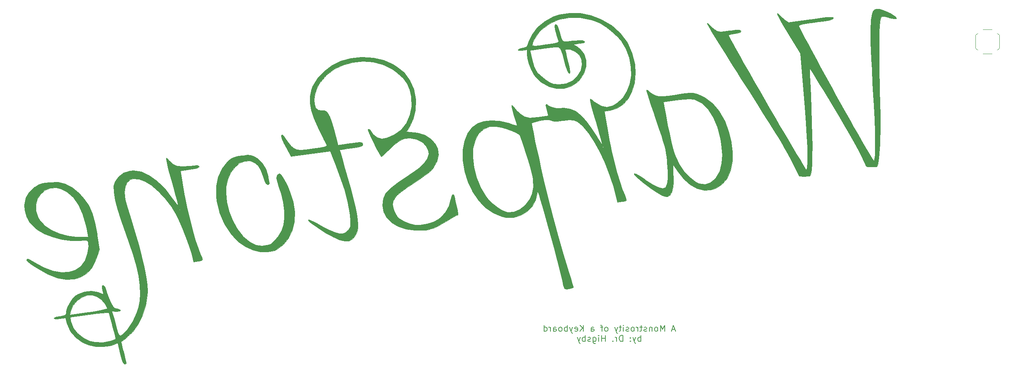
<source format=gbr>
%TF.GenerationSoftware,KiCad,Pcbnew,(5.1.9)-1*%
%TF.CreationDate,2022-03-10T13:39:28-08:00*%
%TF.ProjectId,warpstone - diode array,77617270-7374-46f6-9e65-202d2064696f,rev?*%
%TF.SameCoordinates,Original*%
%TF.FileFunction,Legend,Bot*%
%TF.FilePolarity,Positive*%
%FSLAX46Y46*%
G04 Gerber Fmt 4.6, Leading zero omitted, Abs format (unit mm)*
G04 Created by KiCad (PCBNEW (5.1.9)-1) date 2022-03-10 13:39:28*
%MOMM*%
%LPD*%
G01*
G04 APERTURE LIST*
%ADD10C,0.200000*%
%ADD11C,0.010000*%
%ADD12C,0.120000*%
G04 APERTURE END LIST*
D10*
X179173606Y-101083333D02*
X178506940Y-101083333D01*
X179306940Y-101483333D02*
X178840273Y-100083333D01*
X178373606Y-101483333D01*
X176840273Y-101483333D02*
X176840273Y-100083333D01*
X176373606Y-101083333D01*
X175906940Y-100083333D01*
X175906940Y-101483333D01*
X175040273Y-101483333D02*
X175173606Y-101416666D01*
X175240273Y-101350000D01*
X175306940Y-101216666D01*
X175306940Y-100816666D01*
X175240273Y-100683333D01*
X175173606Y-100616666D01*
X175040273Y-100550000D01*
X174840273Y-100550000D01*
X174706940Y-100616666D01*
X174640273Y-100683333D01*
X174573606Y-100816666D01*
X174573606Y-101216666D01*
X174640273Y-101350000D01*
X174706940Y-101416666D01*
X174840273Y-101483333D01*
X175040273Y-101483333D01*
X173973606Y-100550000D02*
X173973606Y-101483333D01*
X173973606Y-100683333D02*
X173906940Y-100616666D01*
X173773606Y-100550000D01*
X173573606Y-100550000D01*
X173440273Y-100616666D01*
X173373606Y-100750000D01*
X173373606Y-101483333D01*
X172773606Y-101416666D02*
X172640273Y-101483333D01*
X172373606Y-101483333D01*
X172240273Y-101416666D01*
X172173606Y-101283333D01*
X172173606Y-101216666D01*
X172240273Y-101083333D01*
X172373606Y-101016666D01*
X172573606Y-101016666D01*
X172706940Y-100950000D01*
X172773606Y-100816666D01*
X172773606Y-100750000D01*
X172706940Y-100616666D01*
X172573606Y-100550000D01*
X172373606Y-100550000D01*
X172240273Y-100616666D01*
X171773606Y-100550000D02*
X171240273Y-100550000D01*
X171573606Y-100083333D02*
X171573606Y-101283333D01*
X171506940Y-101416666D01*
X171373606Y-101483333D01*
X171240273Y-101483333D01*
X170773606Y-101483333D02*
X170773606Y-100550000D01*
X170773606Y-100816666D02*
X170706940Y-100683333D01*
X170640273Y-100616666D01*
X170506940Y-100550000D01*
X170373606Y-100550000D01*
X169706940Y-101483333D02*
X169840273Y-101416666D01*
X169906940Y-101350000D01*
X169973606Y-101216666D01*
X169973606Y-100816666D01*
X169906940Y-100683333D01*
X169840273Y-100616666D01*
X169706940Y-100550000D01*
X169506940Y-100550000D01*
X169373606Y-100616666D01*
X169306940Y-100683333D01*
X169240273Y-100816666D01*
X169240273Y-101216666D01*
X169306940Y-101350000D01*
X169373606Y-101416666D01*
X169506940Y-101483333D01*
X169706940Y-101483333D01*
X168706940Y-101416666D02*
X168573606Y-101483333D01*
X168306940Y-101483333D01*
X168173606Y-101416666D01*
X168106940Y-101283333D01*
X168106940Y-101216666D01*
X168173606Y-101083333D01*
X168306940Y-101016666D01*
X168506940Y-101016666D01*
X168640273Y-100950000D01*
X168706940Y-100816666D01*
X168706940Y-100750000D01*
X168640273Y-100616666D01*
X168506940Y-100550000D01*
X168306940Y-100550000D01*
X168173606Y-100616666D01*
X167506940Y-101483333D02*
X167506940Y-100550000D01*
X167506940Y-100083333D02*
X167573606Y-100150000D01*
X167506940Y-100216666D01*
X167440273Y-100150000D01*
X167506940Y-100083333D01*
X167506940Y-100216666D01*
X167040273Y-100550000D02*
X166506940Y-100550000D01*
X166840273Y-100083333D02*
X166840273Y-101283333D01*
X166773606Y-101416666D01*
X166640273Y-101483333D01*
X166506940Y-101483333D01*
X166173606Y-100550000D02*
X165840273Y-101483333D01*
X165506940Y-100550000D02*
X165840273Y-101483333D01*
X165973606Y-101816666D01*
X166040273Y-101883333D01*
X166173606Y-101950000D01*
X163706940Y-101483333D02*
X163840273Y-101416666D01*
X163906940Y-101350000D01*
X163973606Y-101216666D01*
X163973606Y-100816666D01*
X163906940Y-100683333D01*
X163840273Y-100616666D01*
X163706940Y-100550000D01*
X163506940Y-100550000D01*
X163373606Y-100616666D01*
X163306940Y-100683333D01*
X163240273Y-100816666D01*
X163240273Y-101216666D01*
X163306940Y-101350000D01*
X163373606Y-101416666D01*
X163506940Y-101483333D01*
X163706940Y-101483333D01*
X162840273Y-100550000D02*
X162306940Y-100550000D01*
X162640273Y-101483333D02*
X162640273Y-100283333D01*
X162573606Y-100150000D01*
X162440273Y-100083333D01*
X162306940Y-100083333D01*
X160173606Y-101483333D02*
X160173606Y-100750000D01*
X160240273Y-100616666D01*
X160373606Y-100550000D01*
X160640273Y-100550000D01*
X160773606Y-100616666D01*
X160173606Y-101416666D02*
X160306940Y-101483333D01*
X160640273Y-101483333D01*
X160773606Y-101416666D01*
X160840273Y-101283333D01*
X160840273Y-101150000D01*
X160773606Y-101016666D01*
X160640273Y-100950000D01*
X160306940Y-100950000D01*
X160173606Y-100883333D01*
X158440273Y-101483333D02*
X158440273Y-100083333D01*
X157640273Y-101483333D02*
X158240273Y-100683333D01*
X157640273Y-100083333D02*
X158440273Y-100883333D01*
X156506940Y-101416666D02*
X156640273Y-101483333D01*
X156906940Y-101483333D01*
X157040273Y-101416666D01*
X157106940Y-101283333D01*
X157106940Y-100750000D01*
X157040273Y-100616666D01*
X156906940Y-100550000D01*
X156640273Y-100550000D01*
X156506940Y-100616666D01*
X156440273Y-100750000D01*
X156440273Y-100883333D01*
X157106940Y-101016666D01*
X155973606Y-100550000D02*
X155640273Y-101483333D01*
X155306940Y-100550000D02*
X155640273Y-101483333D01*
X155773606Y-101816666D01*
X155840273Y-101883333D01*
X155973606Y-101950000D01*
X154773606Y-101483333D02*
X154773606Y-100083333D01*
X154773606Y-100616666D02*
X154640273Y-100550000D01*
X154373606Y-100550000D01*
X154240273Y-100616666D01*
X154173606Y-100683333D01*
X154106940Y-100816666D01*
X154106940Y-101216666D01*
X154173606Y-101350000D01*
X154240273Y-101416666D01*
X154373606Y-101483333D01*
X154640273Y-101483333D01*
X154773606Y-101416666D01*
X153306940Y-101483333D02*
X153440273Y-101416666D01*
X153506940Y-101350000D01*
X153573606Y-101216666D01*
X153573606Y-100816666D01*
X153506940Y-100683333D01*
X153440273Y-100616666D01*
X153306940Y-100550000D01*
X153106940Y-100550000D01*
X152973606Y-100616666D01*
X152906940Y-100683333D01*
X152840273Y-100816666D01*
X152840273Y-101216666D01*
X152906940Y-101350000D01*
X152973606Y-101416666D01*
X153106940Y-101483333D01*
X153306940Y-101483333D01*
X151640273Y-101483333D02*
X151640273Y-100750000D01*
X151706940Y-100616666D01*
X151840273Y-100550000D01*
X152106940Y-100550000D01*
X152240273Y-100616666D01*
X151640273Y-101416666D02*
X151773606Y-101483333D01*
X152106940Y-101483333D01*
X152240273Y-101416666D01*
X152306940Y-101283333D01*
X152306940Y-101150000D01*
X152240273Y-101016666D01*
X152106940Y-100950000D01*
X151773606Y-100950000D01*
X151640273Y-100883333D01*
X150973606Y-101483333D02*
X150973606Y-100550000D01*
X150973606Y-100816666D02*
X150906940Y-100683333D01*
X150840273Y-100616666D01*
X150706940Y-100550000D01*
X150573606Y-100550000D01*
X149506940Y-101483333D02*
X149506940Y-100083333D01*
X149506940Y-101416666D02*
X149640273Y-101483333D01*
X149906940Y-101483333D01*
X150040273Y-101416666D01*
X150106940Y-101350000D01*
X150173606Y-101216666D01*
X150173606Y-100816666D01*
X150106940Y-100683333D01*
X150040273Y-100616666D01*
X149906940Y-100550000D01*
X149640273Y-100550000D01*
X149506940Y-100616666D01*
X171440273Y-103783333D02*
X171440273Y-102383333D01*
X171440273Y-102916666D02*
X171306940Y-102850000D01*
X171040273Y-102850000D01*
X170906940Y-102916666D01*
X170840273Y-102983333D01*
X170773606Y-103116666D01*
X170773606Y-103516666D01*
X170840273Y-103650000D01*
X170906940Y-103716666D01*
X171040273Y-103783333D01*
X171306940Y-103783333D01*
X171440273Y-103716666D01*
X170306940Y-102850000D02*
X169973606Y-103783333D01*
X169640273Y-102850000D02*
X169973606Y-103783333D01*
X170106940Y-104116666D01*
X170173606Y-104183333D01*
X170306940Y-104250000D01*
X169106940Y-103650000D02*
X169040273Y-103716666D01*
X169106940Y-103783333D01*
X169173606Y-103716666D01*
X169106940Y-103650000D01*
X169106940Y-103783333D01*
X169106940Y-102916666D02*
X169040273Y-102983333D01*
X169106940Y-103050000D01*
X169173606Y-102983333D01*
X169106940Y-102916666D01*
X169106940Y-103050000D01*
X167373606Y-103783333D02*
X167373606Y-102383333D01*
X167040273Y-102383333D01*
X166840273Y-102450000D01*
X166706940Y-102583333D01*
X166640273Y-102716666D01*
X166573606Y-102983333D01*
X166573606Y-103183333D01*
X166640273Y-103450000D01*
X166706940Y-103583333D01*
X166840273Y-103716666D01*
X167040273Y-103783333D01*
X167373606Y-103783333D01*
X165973606Y-103783333D02*
X165973606Y-102850000D01*
X165973606Y-103116666D02*
X165906940Y-102983333D01*
X165840273Y-102916666D01*
X165706940Y-102850000D01*
X165573606Y-102850000D01*
X165106940Y-103650000D02*
X165040273Y-103716666D01*
X165106940Y-103783333D01*
X165173606Y-103716666D01*
X165106940Y-103650000D01*
X165106940Y-103783333D01*
X163373606Y-103783333D02*
X163373606Y-102383333D01*
X163373606Y-103050000D02*
X162573606Y-103050000D01*
X162573606Y-103783333D02*
X162573606Y-102383333D01*
X161906940Y-103783333D02*
X161906940Y-102850000D01*
X161906940Y-102383333D02*
X161973606Y-102450000D01*
X161906940Y-102516666D01*
X161840273Y-102450000D01*
X161906940Y-102383333D01*
X161906940Y-102516666D01*
X160640273Y-102850000D02*
X160640273Y-103983333D01*
X160706940Y-104116666D01*
X160773606Y-104183333D01*
X160906940Y-104250000D01*
X161106940Y-104250000D01*
X161240273Y-104183333D01*
X160640273Y-103716666D02*
X160773606Y-103783333D01*
X161040273Y-103783333D01*
X161173606Y-103716666D01*
X161240273Y-103650000D01*
X161306940Y-103516666D01*
X161306940Y-103116666D01*
X161240273Y-102983333D01*
X161173606Y-102916666D01*
X161040273Y-102850000D01*
X160773606Y-102850000D01*
X160640273Y-102916666D01*
X160040273Y-103716666D02*
X159906940Y-103783333D01*
X159640273Y-103783333D01*
X159506940Y-103716666D01*
X159440273Y-103583333D01*
X159440273Y-103516666D01*
X159506940Y-103383333D01*
X159640273Y-103316666D01*
X159840273Y-103316666D01*
X159973606Y-103250000D01*
X160040273Y-103116666D01*
X160040273Y-103050000D01*
X159973606Y-102916666D01*
X159840273Y-102850000D01*
X159640273Y-102850000D01*
X159506940Y-102916666D01*
X158840273Y-103783333D02*
X158840273Y-102383333D01*
X158840273Y-102916666D02*
X158706940Y-102850000D01*
X158440273Y-102850000D01*
X158306940Y-102916666D01*
X158240273Y-102983333D01*
X158173606Y-103116666D01*
X158173606Y-103516666D01*
X158240273Y-103650000D01*
X158306940Y-103716666D01*
X158440273Y-103783333D01*
X158706940Y-103783333D01*
X158840273Y-103716666D01*
X157706940Y-102850000D02*
X157373606Y-103783333D01*
X157040273Y-102850000D02*
X157373606Y-103783333D01*
X157506940Y-104116666D01*
X157573606Y-104183333D01*
X157706940Y-104250000D01*
D11*
%TO.C,G\u002A\u002A\u002A*%
G36*
X63819828Y-62357642D02*
G01*
X63818624Y-62431957D01*
X63889492Y-62863109D01*
X64087134Y-63714379D01*
X64387864Y-64892750D01*
X64767996Y-66305208D01*
X65174242Y-67755156D01*
X65608491Y-69290132D01*
X65990381Y-70665293D01*
X66295600Y-71791030D01*
X66499834Y-72577736D01*
X66578166Y-72929405D01*
X66463857Y-72918178D01*
X66118245Y-72534855D01*
X65604449Y-71853724D01*
X65323569Y-71452933D01*
X63557287Y-69148672D01*
X61768838Y-67342872D01*
X59970286Y-66043480D01*
X58173701Y-65258443D01*
X56391147Y-64995705D01*
X55600205Y-65049526D01*
X54166459Y-65486298D01*
X53003923Y-66377067D01*
X52216665Y-67497262D01*
X51947956Y-68476996D01*
X51962173Y-69886228D01*
X52255291Y-71703229D01*
X52823288Y-73906273D01*
X53662139Y-76473633D01*
X54101306Y-77674070D01*
X55335397Y-81065379D01*
X56320832Y-84041758D01*
X57066110Y-86657119D01*
X57579729Y-88965375D01*
X57870190Y-91020437D01*
X57945990Y-92876219D01*
X57815631Y-94586633D01*
X57487612Y-96205591D01*
X57181040Y-97209413D01*
X56259154Y-99274064D01*
X55034914Y-101067927D01*
X54410649Y-101744284D01*
X53827811Y-102264804D01*
X53416306Y-102444957D01*
X53107695Y-102238709D01*
X52833539Y-101600031D01*
X52525400Y-100482893D01*
X52523383Y-100474941D01*
X52247430Y-99417621D01*
X51970255Y-98404396D01*
X51821015Y-97887462D01*
X51523657Y-96897481D01*
X52547518Y-96944427D01*
X53206872Y-96937985D01*
X53436951Y-96812076D01*
X53399204Y-96641519D01*
X53026163Y-96375211D01*
X52574467Y-96303094D01*
X52155282Y-96222064D01*
X51999141Y-96076818D01*
X50434426Y-96296724D01*
X50194583Y-96421329D01*
X49497104Y-96594049D01*
X48415382Y-96800146D01*
X47022809Y-97024880D01*
X46246725Y-97137687D01*
X42024234Y-97731119D01*
X42194952Y-96870407D01*
X42689701Y-95614354D01*
X43570343Y-94536452D01*
X44713713Y-93728199D01*
X45996648Y-93281088D01*
X47070346Y-93248630D01*
X48088647Y-93586591D01*
X49078709Y-94253637D01*
X49890903Y-95114192D01*
X50375601Y-96032685D01*
X50434426Y-96296724D01*
X51999141Y-96076818D01*
X51797640Y-95889377D01*
X51400306Y-95196040D01*
X51243528Y-94870169D01*
X50791240Y-93814798D01*
X50386265Y-92716698D01*
X50222867Y-92191441D01*
X49918483Y-91357261D01*
X49597405Y-91020878D01*
X49484561Y-91012722D01*
X49250862Y-91173606D01*
X49261360Y-91635003D01*
X49365060Y-92056150D01*
X49641582Y-93043919D01*
X48327406Y-92584668D01*
X46833883Y-92325550D01*
X45266865Y-92500620D01*
X43811131Y-93075842D01*
X43136273Y-93540932D01*
X42516809Y-94214572D01*
X41921140Y-95121422D01*
X41439472Y-96088910D01*
X41162017Y-96944465D01*
X41135253Y-97368925D01*
X41093638Y-97658887D01*
X40791170Y-97849281D01*
X40112624Y-97996709D01*
X39746174Y-98051279D01*
X38954818Y-98206882D01*
X38441665Y-98393497D01*
X38327170Y-98520704D01*
X38586462Y-98639089D01*
X39207613Y-98649461D01*
X39671989Y-98601698D01*
X40979598Y-98417925D01*
X41339746Y-99649791D01*
X42125769Y-101440011D01*
X43325131Y-102904323D01*
X44902742Y-104008124D01*
X46348034Y-104589073D01*
X47927342Y-104901398D01*
X49573298Y-104959280D01*
X51081779Y-104765785D01*
X51893763Y-104505846D01*
X52818061Y-104105159D01*
X53264468Y-105969327D01*
X53599405Y-107299111D01*
X53870355Y-108180821D01*
X54111371Y-108692053D01*
X54356509Y-108910402D01*
X54563238Y-108928685D01*
X54817592Y-108722413D01*
X54729954Y-108297764D01*
X54557669Y-107758714D01*
X54320535Y-106879800D01*
X54067604Y-105843624D01*
X54048538Y-105761069D01*
X53597557Y-103799481D01*
X54743727Y-102982589D01*
X55077950Y-102675861D01*
X52354659Y-103058594D01*
X52373538Y-103232092D01*
X52101694Y-103360680D01*
X51494460Y-103580864D01*
X51172916Y-103687461D01*
X49472514Y-104001081D01*
X47678258Y-103934174D01*
X46434099Y-103636028D01*
X44982819Y-102917084D01*
X43732047Y-101893996D01*
X42784240Y-100676902D01*
X42241857Y-99375936D01*
X42183937Y-99067326D01*
X42071110Y-98264523D01*
X46439756Y-97650550D01*
X48151131Y-97420303D01*
X49392463Y-97279531D01*
X50220273Y-97224604D01*
X50691089Y-97251891D01*
X50861433Y-97357759D01*
X50863303Y-97366356D01*
X50954817Y-97748956D01*
X51158733Y-98522475D01*
X51441994Y-99563259D01*
X51679522Y-100419458D01*
X51985834Y-101544391D01*
X52219956Y-102460888D01*
X52354659Y-103058594D01*
X55077950Y-102675861D01*
X56192587Y-101652923D01*
X57446438Y-99916914D01*
X58456241Y-97882649D01*
X59172961Y-95658212D01*
X59547559Y-93351688D01*
X59591483Y-92297370D01*
X59500058Y-90906622D01*
X59234246Y-89087142D01*
X58811091Y-86909492D01*
X58247639Y-84444234D01*
X57560936Y-81761934D01*
X56768029Y-78933152D01*
X55885962Y-76028452D01*
X55024031Y-73390098D01*
X54552165Y-71598156D01*
X54397343Y-70009318D01*
X54548198Y-68679791D01*
X54993364Y-67665782D01*
X55721474Y-67023496D01*
X56350589Y-66830642D01*
X57636615Y-66908205D01*
X59056756Y-67441375D01*
X60557338Y-68385082D01*
X62084694Y-69694253D01*
X63585150Y-71323816D01*
X65005036Y-73228700D01*
X66102793Y-75020401D01*
X66826572Y-76459065D01*
X67605039Y-78238851D01*
X68368653Y-80180774D01*
X69047880Y-82105849D01*
X69573180Y-83835090D01*
X69666811Y-84193851D01*
X70042783Y-85693489D01*
X71082797Y-85547325D01*
X71746830Y-85430316D01*
X72022633Y-85233412D01*
X71966520Y-84818067D01*
X71665519Y-84113665D01*
X71097256Y-82683893D01*
X70482537Y-80835130D01*
X69851116Y-78677666D01*
X69232741Y-76321788D01*
X68657165Y-73877785D01*
X68601792Y-73611188D01*
X66987770Y-73838024D01*
X66873992Y-73989013D01*
X66723003Y-73875235D01*
X66836782Y-73724246D01*
X66987770Y-73838024D01*
X68601792Y-73611188D01*
X68154139Y-71455948D01*
X67945152Y-70322121D01*
X67019968Y-65058630D01*
X69179245Y-64755163D01*
X70275516Y-64582605D01*
X70929903Y-64423489D01*
X71233465Y-64247483D01*
X71282708Y-64054546D01*
X71149593Y-63860022D01*
X70757367Y-63789791D01*
X70007703Y-63838249D01*
X69232640Y-63937670D01*
X67592015Y-64075733D01*
X66333456Y-63950347D01*
X65361093Y-63537903D01*
X64579055Y-62814785D01*
X64555688Y-62785736D01*
X64104519Y-62255326D01*
X63884847Y-62124923D01*
X63819828Y-62357642D01*
G37*
X63819828Y-62357642D02*
X63818624Y-62431957D01*
X63889492Y-62863109D01*
X64087134Y-63714379D01*
X64387864Y-64892750D01*
X64767996Y-66305208D01*
X65174242Y-67755156D01*
X65608491Y-69290132D01*
X65990381Y-70665293D01*
X66295600Y-71791030D01*
X66499834Y-72577736D01*
X66578166Y-72929405D01*
X66463857Y-72918178D01*
X66118245Y-72534855D01*
X65604449Y-71853724D01*
X65323569Y-71452933D01*
X63557287Y-69148672D01*
X61768838Y-67342872D01*
X59970286Y-66043480D01*
X58173701Y-65258443D01*
X56391147Y-64995705D01*
X55600205Y-65049526D01*
X54166459Y-65486298D01*
X53003923Y-66377067D01*
X52216665Y-67497262D01*
X51947956Y-68476996D01*
X51962173Y-69886228D01*
X52255291Y-71703229D01*
X52823288Y-73906273D01*
X53662139Y-76473633D01*
X54101306Y-77674070D01*
X55335397Y-81065379D01*
X56320832Y-84041758D01*
X57066110Y-86657119D01*
X57579729Y-88965375D01*
X57870190Y-91020437D01*
X57945990Y-92876219D01*
X57815631Y-94586633D01*
X57487612Y-96205591D01*
X57181040Y-97209413D01*
X56259154Y-99274064D01*
X55034914Y-101067927D01*
X54410649Y-101744284D01*
X53827811Y-102264804D01*
X53416306Y-102444957D01*
X53107695Y-102238709D01*
X52833539Y-101600031D01*
X52525400Y-100482893D01*
X52523383Y-100474941D01*
X52247430Y-99417621D01*
X51970255Y-98404396D01*
X51821015Y-97887462D01*
X51523657Y-96897481D01*
X52547518Y-96944427D01*
X53206872Y-96937985D01*
X53436951Y-96812076D01*
X53399204Y-96641519D01*
X53026163Y-96375211D01*
X52574467Y-96303094D01*
X52155282Y-96222064D01*
X51999141Y-96076818D01*
X50434426Y-96296724D01*
X50194583Y-96421329D01*
X49497104Y-96594049D01*
X48415382Y-96800146D01*
X47022809Y-97024880D01*
X46246725Y-97137687D01*
X42024234Y-97731119D01*
X42194952Y-96870407D01*
X42689701Y-95614354D01*
X43570343Y-94536452D01*
X44713713Y-93728199D01*
X45996648Y-93281088D01*
X47070346Y-93248630D01*
X48088647Y-93586591D01*
X49078709Y-94253637D01*
X49890903Y-95114192D01*
X50375601Y-96032685D01*
X50434426Y-96296724D01*
X51999141Y-96076818D01*
X51797640Y-95889377D01*
X51400306Y-95196040D01*
X51243528Y-94870169D01*
X50791240Y-93814798D01*
X50386265Y-92716698D01*
X50222867Y-92191441D01*
X49918483Y-91357261D01*
X49597405Y-91020878D01*
X49484561Y-91012722D01*
X49250862Y-91173606D01*
X49261360Y-91635003D01*
X49365060Y-92056150D01*
X49641582Y-93043919D01*
X48327406Y-92584668D01*
X46833883Y-92325550D01*
X45266865Y-92500620D01*
X43811131Y-93075842D01*
X43136273Y-93540932D01*
X42516809Y-94214572D01*
X41921140Y-95121422D01*
X41439472Y-96088910D01*
X41162017Y-96944465D01*
X41135253Y-97368925D01*
X41093638Y-97658887D01*
X40791170Y-97849281D01*
X40112624Y-97996709D01*
X39746174Y-98051279D01*
X38954818Y-98206882D01*
X38441665Y-98393497D01*
X38327170Y-98520704D01*
X38586462Y-98639089D01*
X39207613Y-98649461D01*
X39671989Y-98601698D01*
X40979598Y-98417925D01*
X41339746Y-99649791D01*
X42125769Y-101440011D01*
X43325131Y-102904323D01*
X44902742Y-104008124D01*
X46348034Y-104589073D01*
X47927342Y-104901398D01*
X49573298Y-104959280D01*
X51081779Y-104765785D01*
X51893763Y-104505846D01*
X52818061Y-104105159D01*
X53264468Y-105969327D01*
X53599405Y-107299111D01*
X53870355Y-108180821D01*
X54111371Y-108692053D01*
X54356509Y-108910402D01*
X54563238Y-108928685D01*
X54817592Y-108722413D01*
X54729954Y-108297764D01*
X54557669Y-107758714D01*
X54320535Y-106879800D01*
X54067604Y-105843624D01*
X54048538Y-105761069D01*
X53597557Y-103799481D01*
X54743727Y-102982589D01*
X55077950Y-102675861D01*
X52354659Y-103058594D01*
X52373538Y-103232092D01*
X52101694Y-103360680D01*
X51494460Y-103580864D01*
X51172916Y-103687461D01*
X49472514Y-104001081D01*
X47678258Y-103934174D01*
X46434099Y-103636028D01*
X44982819Y-102917084D01*
X43732047Y-101893996D01*
X42784240Y-100676902D01*
X42241857Y-99375936D01*
X42183937Y-99067326D01*
X42071110Y-98264523D01*
X46439756Y-97650550D01*
X48151131Y-97420303D01*
X49392463Y-97279531D01*
X50220273Y-97224604D01*
X50691089Y-97251891D01*
X50861433Y-97357759D01*
X50863303Y-97366356D01*
X50954817Y-97748956D01*
X51158733Y-98522475D01*
X51441994Y-99563259D01*
X51679522Y-100419458D01*
X51985834Y-101544391D01*
X52219956Y-102460888D01*
X52354659Y-103058594D01*
X55077950Y-102675861D01*
X56192587Y-101652923D01*
X57446438Y-99916914D01*
X58456241Y-97882649D01*
X59172961Y-95658212D01*
X59547559Y-93351688D01*
X59591483Y-92297370D01*
X59500058Y-90906622D01*
X59234246Y-89087142D01*
X58811091Y-86909492D01*
X58247639Y-84444234D01*
X57560936Y-81761934D01*
X56768029Y-78933152D01*
X55885962Y-76028452D01*
X55024031Y-73390098D01*
X54552165Y-71598156D01*
X54397343Y-70009318D01*
X54548198Y-68679791D01*
X54993364Y-67665782D01*
X55721474Y-67023496D01*
X56350589Y-66830642D01*
X57636615Y-66908205D01*
X59056756Y-67441375D01*
X60557338Y-68385082D01*
X62084694Y-69694253D01*
X63585150Y-71323816D01*
X65005036Y-73228700D01*
X66102793Y-75020401D01*
X66826572Y-76459065D01*
X67605039Y-78238851D01*
X68368653Y-80180774D01*
X69047880Y-82105849D01*
X69573180Y-83835090D01*
X69666811Y-84193851D01*
X70042783Y-85693489D01*
X71082797Y-85547325D01*
X71746830Y-85430316D01*
X72022633Y-85233412D01*
X71966520Y-84818067D01*
X71665519Y-84113665D01*
X71097256Y-82683893D01*
X70482537Y-80835130D01*
X69851116Y-78677666D01*
X69232741Y-76321788D01*
X68657165Y-73877785D01*
X68601792Y-73611188D01*
X66987770Y-73838024D01*
X66873992Y-73989013D01*
X66723003Y-73875235D01*
X66836782Y-73724246D01*
X66987770Y-73838024D01*
X68601792Y-73611188D01*
X68154139Y-71455948D01*
X67945152Y-70322121D01*
X67019968Y-65058630D01*
X69179245Y-64755163D01*
X70275516Y-64582605D01*
X70929903Y-64423489D01*
X71233465Y-64247483D01*
X71282708Y-64054546D01*
X71149593Y-63860022D01*
X70757367Y-63789791D01*
X70007703Y-63838249D01*
X69232640Y-63937670D01*
X67592015Y-64075733D01*
X66333456Y-63950347D01*
X65361093Y-63537903D01*
X64579055Y-62814785D01*
X64555688Y-62785736D01*
X64104519Y-62255326D01*
X63884847Y-62124923D01*
X63819828Y-62357642D01*
G36*
X152962127Y-29595768D02*
G01*
X151685596Y-30037020D01*
X149658685Y-31121458D01*
X148006186Y-32480122D01*
X146778265Y-34063252D01*
X146095226Y-35581770D01*
X145811520Y-36401065D01*
X145535363Y-36843660D01*
X145138054Y-37049943D01*
X144670575Y-37135800D01*
X143995952Y-37297232D01*
X143591933Y-37518213D01*
X143563217Y-37561425D01*
X143708135Y-37716990D01*
X144283569Y-37724364D01*
X144540950Y-37694010D01*
X145645108Y-37538830D01*
X145600691Y-38507538D01*
X145703024Y-39531276D01*
X146040293Y-40787385D01*
X146542554Y-42068923D01*
X147139864Y-43168951D01*
X147212228Y-43275525D01*
X147808504Y-43968917D01*
X148605474Y-44704535D01*
X148960507Y-44982464D01*
X150623101Y-45915988D01*
X152338680Y-46365471D01*
X154032906Y-46337790D01*
X155631441Y-45839820D01*
X157059948Y-44878434D01*
X157732658Y-44171234D01*
X158566560Y-42809165D01*
X158975139Y-41353480D01*
X158969426Y-39904801D01*
X158895370Y-39661964D01*
X157980342Y-39790563D01*
X158097353Y-40997419D01*
X157795815Y-42276204D01*
X157095328Y-43479214D01*
X155941897Y-44544551D01*
X154503496Y-45212149D01*
X152889509Y-45445422D01*
X151618866Y-45311041D01*
X150794759Y-44976994D01*
X149806828Y-44354988D01*
X148827572Y-43572792D01*
X148029490Y-42758176D01*
X147841888Y-42513432D01*
X147274717Y-41418905D01*
X146820083Y-39957657D01*
X146743170Y-39611975D01*
X146348048Y-37710035D01*
X149674605Y-37242518D01*
X151081313Y-37035697D01*
X152057311Y-36926158D01*
X152705822Y-36981873D01*
X153130068Y-37270816D01*
X153433272Y-37860964D01*
X153718658Y-38820290D01*
X154067182Y-40135129D01*
X154383820Y-41225982D01*
X154680434Y-42119652D01*
X154913380Y-42690316D01*
X154998837Y-42821152D01*
X155297919Y-42944317D01*
X155403755Y-42643142D01*
X155315410Y-41895867D01*
X155031957Y-40680728D01*
X154883707Y-40130827D01*
X154600170Y-39049085D01*
X154398950Y-38170303D01*
X154305908Y-37614213D01*
X154312398Y-37485727D01*
X154625955Y-37426191D01*
X155246624Y-37480077D01*
X155376900Y-37502022D01*
X156594228Y-37952819D01*
X157470672Y-38745681D01*
X157980342Y-39790563D01*
X158895370Y-39661964D01*
X158560453Y-38563751D01*
X157759248Y-37430952D01*
X156923249Y-36787619D01*
X156142630Y-36333496D01*
X157534588Y-36137869D01*
X158324039Y-36007799D01*
X158667336Y-35879014D01*
X158650880Y-35704605D01*
X158541125Y-35591416D01*
X158164845Y-35424116D01*
X157488558Y-35390137D01*
X156418279Y-35487902D01*
X155965936Y-35548340D01*
X154855451Y-35698624D01*
X154136911Y-35715438D01*
X153691092Y-35515323D01*
X153398771Y-35014816D01*
X153140727Y-34130457D01*
X152970519Y-33451408D01*
X152684959Y-32459029D01*
X152429424Y-31921731D01*
X152166559Y-31764119D01*
X152135774Y-31766698D01*
X151940886Y-31876991D01*
X151897357Y-32204648D01*
X152007634Y-32858570D01*
X152176220Y-33563039D01*
X152426700Y-34502413D01*
X152652960Y-35253651D01*
X152797842Y-35635644D01*
X152776141Y-35796637D01*
X152472248Y-35945257D01*
X151816162Y-36100012D01*
X150737885Y-36279413D01*
X149908728Y-36399625D01*
X148412766Y-36585351D01*
X147392740Y-36656292D01*
X146867116Y-36611568D01*
X146795779Y-36548274D01*
X146904273Y-36018330D01*
X147268454Y-35233277D01*
X147798181Y-34345861D01*
X148403312Y-33508829D01*
X148929631Y-32932431D01*
X150773225Y-31583886D01*
X152871416Y-30680853D01*
X155170422Y-30231984D01*
X157616464Y-30245928D01*
X160155759Y-30731338D01*
X160992082Y-30992034D01*
X162233424Y-31567036D01*
X163628412Y-32451606D01*
X165015685Y-33523209D01*
X166233883Y-34659310D01*
X166987505Y-35544911D01*
X168088677Y-37399069D01*
X168822133Y-39378056D01*
X169197674Y-41407066D01*
X169225102Y-43411296D01*
X168914217Y-45315938D01*
X168274819Y-47046188D01*
X167316712Y-48527240D01*
X166049694Y-49684290D01*
X165063735Y-50227790D01*
X163733745Y-50549064D01*
X162441000Y-50342847D01*
X161169428Y-49605863D01*
X160899800Y-49380018D01*
X160473276Y-49007239D01*
X160165943Y-48778355D01*
X159981735Y-48743604D01*
X159924587Y-48953219D01*
X159998432Y-49457437D01*
X160207208Y-50306494D01*
X160554847Y-51550626D01*
X161045285Y-53240068D01*
X161259637Y-53974076D01*
X161689656Y-55461116D01*
X162066080Y-56789886D01*
X162363038Y-57866874D01*
X162554658Y-58598571D01*
X162614566Y-58871148D01*
X162514594Y-58848320D01*
X162202306Y-58436707D01*
X161730935Y-57711666D01*
X161340542Y-57067659D01*
X160196760Y-55292379D01*
X159004112Y-53723574D01*
X157841504Y-52455468D01*
X156787843Y-51582284D01*
X156698712Y-51524820D01*
X155465608Y-51002415D01*
X154022312Y-50771996D01*
X153026264Y-50812770D01*
X152339981Y-50808384D01*
X151547249Y-50670329D01*
X150833507Y-50448693D01*
X150384193Y-50193561D01*
X150317680Y-50081183D01*
X150082280Y-49883085D01*
X150010824Y-49885077D01*
X149898681Y-50151980D01*
X150004791Y-50859263D01*
X150098604Y-51222720D01*
X150460268Y-52521872D01*
X148214799Y-52837453D01*
X147027411Y-52981368D01*
X146202132Y-53007985D01*
X145577612Y-52909250D01*
X144992502Y-52677108D01*
X144991375Y-52676559D01*
X144107512Y-52108563D01*
X143228038Y-51328693D01*
X142562737Y-50530238D01*
X142442674Y-50328278D01*
X142212339Y-50155396D01*
X142140424Y-50199700D01*
X142152213Y-50516145D01*
X142307871Y-51209554D01*
X142576732Y-52151444D01*
X142697364Y-52532893D01*
X143008593Y-53519981D01*
X143234317Y-54289498D01*
X143339454Y-54719514D01*
X143340582Y-54768421D01*
X143079564Y-54725774D01*
X142436698Y-54545188D01*
X141535930Y-54262252D01*
X141250416Y-54168219D01*
X139383566Y-53723494D01*
X137519568Y-53598374D01*
X135807891Y-53791826D01*
X134566746Y-54214609D01*
X133223323Y-55167600D01*
X132184475Y-56524326D01*
X131470449Y-58235642D01*
X131101495Y-60252399D01*
X131097863Y-62525452D01*
X131105194Y-62616143D01*
X131517881Y-65208185D01*
X132283008Y-67641322D01*
X133357772Y-69858499D01*
X134699367Y-71802659D01*
X136264989Y-73416751D01*
X138011833Y-74643717D01*
X139897093Y-75426504D01*
X140870498Y-75632385D01*
X142575697Y-75626989D01*
X144187247Y-75157963D01*
X145618004Y-74291788D01*
X146780826Y-73094944D01*
X147588572Y-71633909D01*
X147929370Y-70247243D01*
X147995166Y-69811876D01*
X148084251Y-69776414D01*
X148249149Y-70183989D01*
X148397343Y-70631533D01*
X148716290Y-71660218D01*
X149127035Y-73059960D01*
X149609586Y-74755995D01*
X150143957Y-76673567D01*
X150710159Y-78737911D01*
X151288203Y-80874268D01*
X151858098Y-83007877D01*
X152399859Y-85063977D01*
X152893495Y-86967807D01*
X153319018Y-88644607D01*
X153656439Y-90019616D01*
X153885769Y-91018072D01*
X153980667Y-91514028D01*
X154142776Y-91806396D01*
X154600231Y-91879396D01*
X155104902Y-91828520D01*
X155760545Y-91681162D01*
X156110382Y-91494070D01*
X156129666Y-91435608D01*
X156040188Y-91097988D01*
X155822056Y-90359871D01*
X155508147Y-89330512D01*
X155135645Y-88132859D01*
X153840919Y-83908135D01*
X152659524Y-79833002D01*
X151551382Y-75757427D01*
X150476420Y-71531374D01*
X149394560Y-67004810D01*
X149309390Y-66633402D01*
X147017784Y-66955466D01*
X147094530Y-68770213D01*
X146755698Y-70386707D01*
X146230967Y-71536670D01*
X145245560Y-72867881D01*
X144019240Y-73822887D01*
X142643378Y-74355827D01*
X141209347Y-74420840D01*
X140688055Y-74318646D01*
X139860154Y-73948471D01*
X138846079Y-73280507D01*
X137795254Y-72433277D01*
X136857101Y-71525307D01*
X136278144Y-70820648D01*
X135118712Y-68831857D01*
X134214475Y-66606470D01*
X133601917Y-64286810D01*
X133317521Y-62015201D01*
X133397774Y-59933967D01*
X133431551Y-59716100D01*
X133930712Y-57912893D01*
X134738425Y-56515728D01*
X135831813Y-55545489D01*
X137188007Y-55023055D01*
X138646064Y-54955685D01*
X139725924Y-55133619D01*
X140920688Y-55460687D01*
X142090448Y-55882788D01*
X143095299Y-56345818D01*
X143795337Y-56795676D01*
X144006113Y-57028467D01*
X144234929Y-57550417D01*
X144568909Y-58477810D01*
X144974392Y-59699693D01*
X145417713Y-61105109D01*
X145865213Y-62583101D01*
X146283228Y-64022712D01*
X146638096Y-65312987D01*
X146896157Y-66342969D01*
X147017784Y-66955466D01*
X149309390Y-66633402D01*
X148802458Y-64422793D01*
X148300656Y-62186940D01*
X147844310Y-60115557D01*
X147445468Y-58266254D01*
X147116176Y-56696641D01*
X146868484Y-55464326D01*
X146714437Y-54626922D01*
X146666084Y-54242035D01*
X146669848Y-54224807D01*
X146981730Y-54082410D01*
X147670674Y-53880656D01*
X148588925Y-53662701D01*
X148609451Y-53658293D01*
X149716572Y-53460061D01*
X150480309Y-53434753D01*
X151062415Y-53579863D01*
X151149869Y-53618900D01*
X151741887Y-53790277D01*
X152539494Y-53797949D01*
X153686480Y-53641688D01*
X153839369Y-53614621D01*
X155175738Y-53440918D01*
X156190895Y-53516039D01*
X157061820Y-53894520D01*
X157965495Y-54630899D01*
X158340262Y-55001594D01*
X159601561Y-56511999D01*
X160880894Y-58457761D01*
X162132478Y-60743323D01*
X163310530Y-63273127D01*
X164369267Y-65951616D01*
X165262905Y-68683231D01*
X165728985Y-70423197D01*
X166157034Y-72185512D01*
X167195025Y-72039632D01*
X167857863Y-71922761D01*
X168133032Y-71725862D01*
X168076649Y-71310420D01*
X167775726Y-70606256D01*
X167213685Y-69189812D01*
X166604795Y-67352179D01*
X165978137Y-65201487D01*
X165362797Y-62845865D01*
X164787855Y-60393443D01*
X164591616Y-59445708D01*
X163004950Y-59668700D01*
X162938705Y-59900248D01*
X162853246Y-59870018D01*
X162777398Y-59560255D01*
X162803632Y-59516996D01*
X162966143Y-59531219D01*
X163004950Y-59668700D01*
X164591616Y-59445708D01*
X164282398Y-57952352D01*
X164085019Y-56884445D01*
X163139846Y-51549862D01*
X164432980Y-51362194D01*
X166053620Y-50872299D01*
X167450693Y-49939749D01*
X168594286Y-48620333D01*
X169454484Y-46969837D01*
X170001372Y-45044047D01*
X170205036Y-42898748D01*
X170072691Y-40844884D01*
X169461510Y-38289461D01*
X168369177Y-35946690D01*
X166821484Y-33859082D01*
X164844226Y-32069149D01*
X164670575Y-31941757D01*
X162489973Y-30648405D01*
X160132006Y-29752927D01*
X157693495Y-29269527D01*
X155271261Y-29212406D01*
X152962127Y-29595768D01*
G37*
X152962127Y-29595768D02*
X151685596Y-30037020D01*
X149658685Y-31121458D01*
X148006186Y-32480122D01*
X146778265Y-34063252D01*
X146095226Y-35581770D01*
X145811520Y-36401065D01*
X145535363Y-36843660D01*
X145138054Y-37049943D01*
X144670575Y-37135800D01*
X143995952Y-37297232D01*
X143591933Y-37518213D01*
X143563217Y-37561425D01*
X143708135Y-37716990D01*
X144283569Y-37724364D01*
X144540950Y-37694010D01*
X145645108Y-37538830D01*
X145600691Y-38507538D01*
X145703024Y-39531276D01*
X146040293Y-40787385D01*
X146542554Y-42068923D01*
X147139864Y-43168951D01*
X147212228Y-43275525D01*
X147808504Y-43968917D01*
X148605474Y-44704535D01*
X148960507Y-44982464D01*
X150623101Y-45915988D01*
X152338680Y-46365471D01*
X154032906Y-46337790D01*
X155631441Y-45839820D01*
X157059948Y-44878434D01*
X157732658Y-44171234D01*
X158566560Y-42809165D01*
X158975139Y-41353480D01*
X158969426Y-39904801D01*
X158895370Y-39661964D01*
X157980342Y-39790563D01*
X158097353Y-40997419D01*
X157795815Y-42276204D01*
X157095328Y-43479214D01*
X155941897Y-44544551D01*
X154503496Y-45212149D01*
X152889509Y-45445422D01*
X151618866Y-45311041D01*
X150794759Y-44976994D01*
X149806828Y-44354988D01*
X148827572Y-43572792D01*
X148029490Y-42758176D01*
X147841888Y-42513432D01*
X147274717Y-41418905D01*
X146820083Y-39957657D01*
X146743170Y-39611975D01*
X146348048Y-37710035D01*
X149674605Y-37242518D01*
X151081313Y-37035697D01*
X152057311Y-36926158D01*
X152705822Y-36981873D01*
X153130068Y-37270816D01*
X153433272Y-37860964D01*
X153718658Y-38820290D01*
X154067182Y-40135129D01*
X154383820Y-41225982D01*
X154680434Y-42119652D01*
X154913380Y-42690316D01*
X154998837Y-42821152D01*
X155297919Y-42944317D01*
X155403755Y-42643142D01*
X155315410Y-41895867D01*
X155031957Y-40680728D01*
X154883707Y-40130827D01*
X154600170Y-39049085D01*
X154398950Y-38170303D01*
X154305908Y-37614213D01*
X154312398Y-37485727D01*
X154625955Y-37426191D01*
X155246624Y-37480077D01*
X155376900Y-37502022D01*
X156594228Y-37952819D01*
X157470672Y-38745681D01*
X157980342Y-39790563D01*
X158895370Y-39661964D01*
X158560453Y-38563751D01*
X157759248Y-37430952D01*
X156923249Y-36787619D01*
X156142630Y-36333496D01*
X157534588Y-36137869D01*
X158324039Y-36007799D01*
X158667336Y-35879014D01*
X158650880Y-35704605D01*
X158541125Y-35591416D01*
X158164845Y-35424116D01*
X157488558Y-35390137D01*
X156418279Y-35487902D01*
X155965936Y-35548340D01*
X154855451Y-35698624D01*
X154136911Y-35715438D01*
X153691092Y-35515323D01*
X153398771Y-35014816D01*
X153140727Y-34130457D01*
X152970519Y-33451408D01*
X152684959Y-32459029D01*
X152429424Y-31921731D01*
X152166559Y-31764119D01*
X152135774Y-31766698D01*
X151940886Y-31876991D01*
X151897357Y-32204648D01*
X152007634Y-32858570D01*
X152176220Y-33563039D01*
X152426700Y-34502413D01*
X152652960Y-35253651D01*
X152797842Y-35635644D01*
X152776141Y-35796637D01*
X152472248Y-35945257D01*
X151816162Y-36100012D01*
X150737885Y-36279413D01*
X149908728Y-36399625D01*
X148412766Y-36585351D01*
X147392740Y-36656292D01*
X146867116Y-36611568D01*
X146795779Y-36548274D01*
X146904273Y-36018330D01*
X147268454Y-35233277D01*
X147798181Y-34345861D01*
X148403312Y-33508829D01*
X148929631Y-32932431D01*
X150773225Y-31583886D01*
X152871416Y-30680853D01*
X155170422Y-30231984D01*
X157616464Y-30245928D01*
X160155759Y-30731338D01*
X160992082Y-30992034D01*
X162233424Y-31567036D01*
X163628412Y-32451606D01*
X165015685Y-33523209D01*
X166233883Y-34659310D01*
X166987505Y-35544911D01*
X168088677Y-37399069D01*
X168822133Y-39378056D01*
X169197674Y-41407066D01*
X169225102Y-43411296D01*
X168914217Y-45315938D01*
X168274819Y-47046188D01*
X167316712Y-48527240D01*
X166049694Y-49684290D01*
X165063735Y-50227790D01*
X163733745Y-50549064D01*
X162441000Y-50342847D01*
X161169428Y-49605863D01*
X160899800Y-49380018D01*
X160473276Y-49007239D01*
X160165943Y-48778355D01*
X159981735Y-48743604D01*
X159924587Y-48953219D01*
X159998432Y-49457437D01*
X160207208Y-50306494D01*
X160554847Y-51550626D01*
X161045285Y-53240068D01*
X161259637Y-53974076D01*
X161689656Y-55461116D01*
X162066080Y-56789886D01*
X162363038Y-57866874D01*
X162554658Y-58598571D01*
X162614566Y-58871148D01*
X162514594Y-58848320D01*
X162202306Y-58436707D01*
X161730935Y-57711666D01*
X161340542Y-57067659D01*
X160196760Y-55292379D01*
X159004112Y-53723574D01*
X157841504Y-52455468D01*
X156787843Y-51582284D01*
X156698712Y-51524820D01*
X155465608Y-51002415D01*
X154022312Y-50771996D01*
X153026264Y-50812770D01*
X152339981Y-50808384D01*
X151547249Y-50670329D01*
X150833507Y-50448693D01*
X150384193Y-50193561D01*
X150317680Y-50081183D01*
X150082280Y-49883085D01*
X150010824Y-49885077D01*
X149898681Y-50151980D01*
X150004791Y-50859263D01*
X150098604Y-51222720D01*
X150460268Y-52521872D01*
X148214799Y-52837453D01*
X147027411Y-52981368D01*
X146202132Y-53007985D01*
X145577612Y-52909250D01*
X144992502Y-52677108D01*
X144991375Y-52676559D01*
X144107512Y-52108563D01*
X143228038Y-51328693D01*
X142562737Y-50530238D01*
X142442674Y-50328278D01*
X142212339Y-50155396D01*
X142140424Y-50199700D01*
X142152213Y-50516145D01*
X142307871Y-51209554D01*
X142576732Y-52151444D01*
X142697364Y-52532893D01*
X143008593Y-53519981D01*
X143234317Y-54289498D01*
X143339454Y-54719514D01*
X143340582Y-54768421D01*
X143079564Y-54725774D01*
X142436698Y-54545188D01*
X141535930Y-54262252D01*
X141250416Y-54168219D01*
X139383566Y-53723494D01*
X137519568Y-53598374D01*
X135807891Y-53791826D01*
X134566746Y-54214609D01*
X133223323Y-55167600D01*
X132184475Y-56524326D01*
X131470449Y-58235642D01*
X131101495Y-60252399D01*
X131097863Y-62525452D01*
X131105194Y-62616143D01*
X131517881Y-65208185D01*
X132283008Y-67641322D01*
X133357772Y-69858499D01*
X134699367Y-71802659D01*
X136264989Y-73416751D01*
X138011833Y-74643717D01*
X139897093Y-75426504D01*
X140870498Y-75632385D01*
X142575697Y-75626989D01*
X144187247Y-75157963D01*
X145618004Y-74291788D01*
X146780826Y-73094944D01*
X147588572Y-71633909D01*
X147929370Y-70247243D01*
X147995166Y-69811876D01*
X148084251Y-69776414D01*
X148249149Y-70183989D01*
X148397343Y-70631533D01*
X148716290Y-71660218D01*
X149127035Y-73059960D01*
X149609586Y-74755995D01*
X150143957Y-76673567D01*
X150710159Y-78737911D01*
X151288203Y-80874268D01*
X151858098Y-83007877D01*
X152399859Y-85063977D01*
X152893495Y-86967807D01*
X153319018Y-88644607D01*
X153656439Y-90019616D01*
X153885769Y-91018072D01*
X153980667Y-91514028D01*
X154142776Y-91806396D01*
X154600231Y-91879396D01*
X155104902Y-91828520D01*
X155760545Y-91681162D01*
X156110382Y-91494070D01*
X156129666Y-91435608D01*
X156040188Y-91097988D01*
X155822056Y-90359871D01*
X155508147Y-89330512D01*
X155135645Y-88132859D01*
X153840919Y-83908135D01*
X152659524Y-79833002D01*
X151551382Y-75757427D01*
X150476420Y-71531374D01*
X149394560Y-67004810D01*
X149309390Y-66633402D01*
X147017784Y-66955466D01*
X147094530Y-68770213D01*
X146755698Y-70386707D01*
X146230967Y-71536670D01*
X145245560Y-72867881D01*
X144019240Y-73822887D01*
X142643378Y-74355827D01*
X141209347Y-74420840D01*
X140688055Y-74318646D01*
X139860154Y-73948471D01*
X138846079Y-73280507D01*
X137795254Y-72433277D01*
X136857101Y-71525307D01*
X136278144Y-70820648D01*
X135118712Y-68831857D01*
X134214475Y-66606470D01*
X133601917Y-64286810D01*
X133317521Y-62015201D01*
X133397774Y-59933967D01*
X133431551Y-59716100D01*
X133930712Y-57912893D01*
X134738425Y-56515728D01*
X135831813Y-55545489D01*
X137188007Y-55023055D01*
X138646064Y-54955685D01*
X139725924Y-55133619D01*
X140920688Y-55460687D01*
X142090448Y-55882788D01*
X143095299Y-56345818D01*
X143795337Y-56795676D01*
X144006113Y-57028467D01*
X144234929Y-57550417D01*
X144568909Y-58477810D01*
X144974392Y-59699693D01*
X145417713Y-61105109D01*
X145865213Y-62583101D01*
X146283228Y-64022712D01*
X146638096Y-65312987D01*
X146896157Y-66342969D01*
X147017784Y-66955466D01*
X149309390Y-66633402D01*
X148802458Y-64422793D01*
X148300656Y-62186940D01*
X147844310Y-60115557D01*
X147445468Y-58266254D01*
X147116176Y-56696641D01*
X146868484Y-55464326D01*
X146714437Y-54626922D01*
X146666084Y-54242035D01*
X146669848Y-54224807D01*
X146981730Y-54082410D01*
X147670674Y-53880656D01*
X148588925Y-53662701D01*
X148609451Y-53658293D01*
X149716572Y-53460061D01*
X150480309Y-53434753D01*
X151062415Y-53579863D01*
X151149869Y-53618900D01*
X151741887Y-53790277D01*
X152539494Y-53797949D01*
X153686480Y-53641688D01*
X153839369Y-53614621D01*
X155175738Y-53440918D01*
X156190895Y-53516039D01*
X157061820Y-53894520D01*
X157965495Y-54630899D01*
X158340262Y-55001594D01*
X159601561Y-56511999D01*
X160880894Y-58457761D01*
X162132478Y-60743323D01*
X163310530Y-63273127D01*
X164369267Y-65951616D01*
X165262905Y-68683231D01*
X165728985Y-70423197D01*
X166157034Y-72185512D01*
X167195025Y-72039632D01*
X167857863Y-71922761D01*
X168133032Y-71725862D01*
X168076649Y-71310420D01*
X167775726Y-70606256D01*
X167213685Y-69189812D01*
X166604795Y-67352179D01*
X165978137Y-65201487D01*
X165362797Y-62845865D01*
X164787855Y-60393443D01*
X164591616Y-59445708D01*
X163004950Y-59668700D01*
X162938705Y-59900248D01*
X162853246Y-59870018D01*
X162777398Y-59560255D01*
X162803632Y-59516996D01*
X162966143Y-59531219D01*
X163004950Y-59668700D01*
X164591616Y-59445708D01*
X164282398Y-57952352D01*
X164085019Y-56884445D01*
X163139846Y-51549862D01*
X164432980Y-51362194D01*
X166053620Y-50872299D01*
X167450693Y-49939749D01*
X168594286Y-48620333D01*
X169454484Y-46969837D01*
X170001372Y-45044047D01*
X170205036Y-42898748D01*
X170072691Y-40844884D01*
X169461510Y-38289461D01*
X168369177Y-35946690D01*
X166821484Y-33859082D01*
X164844226Y-32069149D01*
X164670575Y-31941757D01*
X162489973Y-30648405D01*
X160132006Y-29752927D01*
X157693495Y-29269527D01*
X155271261Y-29212406D01*
X152962127Y-29595768D01*
G36*
X186570334Y-31837311D02*
G01*
X186945287Y-32501984D01*
X187558242Y-33533447D01*
X188383640Y-34890180D01*
X189395920Y-36530657D01*
X190569523Y-38413357D01*
X191878891Y-40496756D01*
X193298463Y-42739332D01*
X194182297Y-44128054D01*
X196157636Y-47228142D01*
X197868801Y-49920246D01*
X199341107Y-52245983D01*
X200599872Y-54246965D01*
X201670410Y-55964810D01*
X202578040Y-57441133D01*
X203348075Y-58717546D01*
X204005832Y-59835669D01*
X204576627Y-60837114D01*
X205085777Y-61763498D01*
X205558597Y-62656435D01*
X206020403Y-63557541D01*
X206110196Y-63735503D01*
X207379782Y-66257034D01*
X208513055Y-66292677D01*
X209257770Y-66280668D01*
X209757721Y-66207676D01*
X209835250Y-66171375D01*
X210004628Y-65753573D01*
X210134632Y-64837561D01*
X210225044Y-63458429D01*
X210275642Y-61651271D01*
X210286207Y-59451177D01*
X210256520Y-56893238D01*
X210186359Y-54012545D01*
X210075506Y-50844192D01*
X209949443Y-47957906D01*
X209870058Y-46223439D01*
X209804748Y-44677258D01*
X209756303Y-43396083D01*
X209727514Y-42456631D01*
X209721173Y-41935617D01*
X209727429Y-41855803D01*
X209888961Y-42041406D01*
X210300213Y-42655694D01*
X210940927Y-43665770D01*
X211790847Y-45038738D01*
X212829716Y-46741704D01*
X214037276Y-48741771D01*
X215393271Y-51006044D01*
X216305165Y-52537435D01*
X217422069Y-54438504D01*
X218508179Y-56327206D01*
X219529091Y-58140162D01*
X220450398Y-59813989D01*
X221237696Y-61285306D01*
X221856576Y-62490730D01*
X222272634Y-63366881D01*
X222451465Y-63850376D01*
X222453720Y-63864207D01*
X222732525Y-64153849D01*
X223238747Y-64166886D01*
X224022939Y-64116872D01*
X224549365Y-64139879D01*
X224844444Y-64125964D01*
X225045384Y-63928620D01*
X225193646Y-63446017D01*
X225330689Y-62576322D01*
X225396282Y-62059695D01*
X225501037Y-61110408D01*
X225583630Y-60109147D01*
X225644694Y-58997834D01*
X225684859Y-57718389D01*
X225704762Y-56212732D01*
X225705032Y-54422786D01*
X225686305Y-52290470D01*
X225649212Y-49757704D01*
X225594387Y-46766410D01*
X225574058Y-45745261D01*
X225511056Y-42373227D01*
X225469830Y-39498965D01*
X225451885Y-37085896D01*
X225458727Y-35097440D01*
X225491861Y-33497016D01*
X225552794Y-32248046D01*
X225643031Y-31313949D01*
X225764077Y-30658146D01*
X225917438Y-30244055D01*
X226104621Y-30035098D01*
X226222381Y-29994377D01*
X226687003Y-30038391D01*
X227442043Y-30210292D01*
X227886221Y-30338025D01*
X228836970Y-30554215D01*
X229349775Y-30481238D01*
X229396860Y-30434696D01*
X229299379Y-30177929D01*
X228819852Y-29804304D01*
X228080932Y-29373665D01*
X227205269Y-28945853D01*
X226315516Y-28580711D01*
X225534325Y-28338082D01*
X224984348Y-28277810D01*
X224977947Y-28278676D01*
X224440542Y-28429951D01*
X224084199Y-28771836D01*
X223852020Y-29410900D01*
X223687103Y-30453717D01*
X223652852Y-30760495D01*
X223583500Y-31534242D01*
X223537353Y-32383130D01*
X223515850Y-33361221D01*
X223520427Y-34522582D01*
X223552519Y-35921273D01*
X223613566Y-37611359D01*
X223705004Y-39646905D01*
X223828269Y-42081973D01*
X223984798Y-44970627D01*
X224072043Y-46531913D01*
X224269344Y-50224748D01*
X224416258Y-53406598D01*
X224513281Y-56098787D01*
X224560913Y-58322643D01*
X224559653Y-60099487D01*
X224509998Y-61450647D01*
X224438864Y-62216172D01*
X224411721Y-62465500D01*
X224381875Y-62649353D01*
X224320840Y-62725701D01*
X224200129Y-62652515D01*
X223991256Y-62387765D01*
X223665735Y-61889424D01*
X223195080Y-61115460D01*
X222550804Y-60023846D01*
X221704422Y-58572550D01*
X220627447Y-56719546D01*
X220109254Y-55828152D01*
X219560650Y-54869470D01*
X218828210Y-53566524D01*
X217944220Y-51978551D01*
X216940965Y-50164784D01*
X215850731Y-48184457D01*
X214705804Y-46096807D01*
X213538469Y-43961067D01*
X212381015Y-41836475D01*
X211265724Y-39782263D01*
X210224883Y-37857666D01*
X209290779Y-36121921D01*
X208495697Y-34634261D01*
X207871924Y-33453922D01*
X207451744Y-32640138D01*
X207294560Y-32317014D01*
X207255510Y-32141211D01*
X207365685Y-31997626D01*
X207698512Y-31866814D01*
X208327416Y-31729333D01*
X209325824Y-31565742D01*
X210767163Y-31356594D01*
X211097148Y-31310102D01*
X212657322Y-31083569D01*
X213758762Y-30902025D01*
X214473794Y-30747886D01*
X214874749Y-30603563D01*
X215033954Y-30451470D01*
X215043708Y-30350455D01*
X214958424Y-30219791D01*
X214703001Y-30150199D01*
X214210694Y-30145764D01*
X213414756Y-30210576D01*
X212248441Y-30348721D01*
X210645006Y-30564286D01*
X209936965Y-30663167D01*
X204886036Y-31373028D01*
X204058240Y-30746879D01*
X203409047Y-30201982D01*
X202907348Y-29690628D01*
X202862959Y-29634633D01*
X202524493Y-29333597D01*
X202343508Y-29350204D01*
X202430220Y-29629429D01*
X202761589Y-30288185D01*
X203297094Y-31253653D01*
X203996215Y-32453017D01*
X204818432Y-33813460D01*
X204909779Y-33961914D01*
X207628018Y-38371957D01*
X208301055Y-46532547D01*
X208625620Y-50608755D01*
X208883398Y-54159235D01*
X209074497Y-57188799D01*
X209199023Y-59702255D01*
X209257084Y-61704412D01*
X209248784Y-63200082D01*
X209174231Y-64194072D01*
X209033532Y-64691193D01*
X208826794Y-64696253D01*
X208699679Y-64517507D01*
X208525205Y-64220438D01*
X208110704Y-63519662D01*
X207489368Y-62471144D01*
X206694387Y-61130848D01*
X205758950Y-59554735D01*
X204716248Y-57798770D01*
X203933740Y-56481495D01*
X202983067Y-54871554D01*
X201920537Y-53055174D01*
X200775963Y-51084790D01*
X199579155Y-49012827D01*
X198359925Y-46891715D01*
X197148087Y-44773886D01*
X195973450Y-42711767D01*
X194865827Y-40757786D01*
X193855030Y-38964375D01*
X192970871Y-37383961D01*
X192243161Y-36068975D01*
X191701712Y-35071845D01*
X191376336Y-34445001D01*
X191291929Y-34248689D01*
X191519731Y-34131691D01*
X192129783Y-33989601D01*
X192726763Y-33891892D01*
X193599936Y-33732815D01*
X194034479Y-33544161D01*
X194127162Y-33290084D01*
X194011035Y-33114014D01*
X193666375Y-33040419D01*
X193002724Y-33067877D01*
X191929623Y-33194963D01*
X191535698Y-33249296D01*
X190345766Y-33407433D01*
X189550632Y-33472238D01*
X189016777Y-33433002D01*
X188610686Y-33279016D01*
X188198837Y-32999571D01*
X188172255Y-32979508D01*
X187523062Y-32434612D01*
X187021363Y-31923257D01*
X186976974Y-31867263D01*
X186638980Y-31565522D01*
X186458940Y-31580952D01*
X186570334Y-31837311D01*
G37*
X186570334Y-31837311D02*
X186945287Y-32501984D01*
X187558242Y-33533447D01*
X188383640Y-34890180D01*
X189395920Y-36530657D01*
X190569523Y-38413357D01*
X191878891Y-40496756D01*
X193298463Y-42739332D01*
X194182297Y-44128054D01*
X196157636Y-47228142D01*
X197868801Y-49920246D01*
X199341107Y-52245983D01*
X200599872Y-54246965D01*
X201670410Y-55964810D01*
X202578040Y-57441133D01*
X203348075Y-58717546D01*
X204005832Y-59835669D01*
X204576627Y-60837114D01*
X205085777Y-61763498D01*
X205558597Y-62656435D01*
X206020403Y-63557541D01*
X206110196Y-63735503D01*
X207379782Y-66257034D01*
X208513055Y-66292677D01*
X209257770Y-66280668D01*
X209757721Y-66207676D01*
X209835250Y-66171375D01*
X210004628Y-65753573D01*
X210134632Y-64837561D01*
X210225044Y-63458429D01*
X210275642Y-61651271D01*
X210286207Y-59451177D01*
X210256520Y-56893238D01*
X210186359Y-54012545D01*
X210075506Y-50844192D01*
X209949443Y-47957906D01*
X209870058Y-46223439D01*
X209804748Y-44677258D01*
X209756303Y-43396083D01*
X209727514Y-42456631D01*
X209721173Y-41935617D01*
X209727429Y-41855803D01*
X209888961Y-42041406D01*
X210300213Y-42655694D01*
X210940927Y-43665770D01*
X211790847Y-45038738D01*
X212829716Y-46741704D01*
X214037276Y-48741771D01*
X215393271Y-51006044D01*
X216305165Y-52537435D01*
X217422069Y-54438504D01*
X218508179Y-56327206D01*
X219529091Y-58140162D01*
X220450398Y-59813989D01*
X221237696Y-61285306D01*
X221856576Y-62490730D01*
X222272634Y-63366881D01*
X222451465Y-63850376D01*
X222453720Y-63864207D01*
X222732525Y-64153849D01*
X223238747Y-64166886D01*
X224022939Y-64116872D01*
X224549365Y-64139879D01*
X224844444Y-64125964D01*
X225045384Y-63928620D01*
X225193646Y-63446017D01*
X225330689Y-62576322D01*
X225396282Y-62059695D01*
X225501037Y-61110408D01*
X225583630Y-60109147D01*
X225644694Y-58997834D01*
X225684859Y-57718389D01*
X225704762Y-56212732D01*
X225705032Y-54422786D01*
X225686305Y-52290470D01*
X225649212Y-49757704D01*
X225594387Y-46766410D01*
X225574058Y-45745261D01*
X225511056Y-42373227D01*
X225469830Y-39498965D01*
X225451885Y-37085896D01*
X225458727Y-35097440D01*
X225491861Y-33497016D01*
X225552794Y-32248046D01*
X225643031Y-31313949D01*
X225764077Y-30658146D01*
X225917438Y-30244055D01*
X226104621Y-30035098D01*
X226222381Y-29994377D01*
X226687003Y-30038391D01*
X227442043Y-30210292D01*
X227886221Y-30338025D01*
X228836970Y-30554215D01*
X229349775Y-30481238D01*
X229396860Y-30434696D01*
X229299379Y-30177929D01*
X228819852Y-29804304D01*
X228080932Y-29373665D01*
X227205269Y-28945853D01*
X226315516Y-28580711D01*
X225534325Y-28338082D01*
X224984348Y-28277810D01*
X224977947Y-28278676D01*
X224440542Y-28429951D01*
X224084199Y-28771836D01*
X223852020Y-29410900D01*
X223687103Y-30453717D01*
X223652852Y-30760495D01*
X223583500Y-31534242D01*
X223537353Y-32383130D01*
X223515850Y-33361221D01*
X223520427Y-34522582D01*
X223552519Y-35921273D01*
X223613566Y-37611359D01*
X223705004Y-39646905D01*
X223828269Y-42081973D01*
X223984798Y-44970627D01*
X224072043Y-46531913D01*
X224269344Y-50224748D01*
X224416258Y-53406598D01*
X224513281Y-56098787D01*
X224560913Y-58322643D01*
X224559653Y-60099487D01*
X224509998Y-61450647D01*
X224438864Y-62216172D01*
X224411721Y-62465500D01*
X224381875Y-62649353D01*
X224320840Y-62725701D01*
X224200129Y-62652515D01*
X223991256Y-62387765D01*
X223665735Y-61889424D01*
X223195080Y-61115460D01*
X222550804Y-60023846D01*
X221704422Y-58572550D01*
X220627447Y-56719546D01*
X220109254Y-55828152D01*
X219560650Y-54869470D01*
X218828210Y-53566524D01*
X217944220Y-51978551D01*
X216940965Y-50164784D01*
X215850731Y-48184457D01*
X214705804Y-46096807D01*
X213538469Y-43961067D01*
X212381015Y-41836475D01*
X211265724Y-39782263D01*
X210224883Y-37857666D01*
X209290779Y-36121921D01*
X208495697Y-34634261D01*
X207871924Y-33453922D01*
X207451744Y-32640138D01*
X207294560Y-32317014D01*
X207255510Y-32141211D01*
X207365685Y-31997626D01*
X207698512Y-31866814D01*
X208327416Y-31729333D01*
X209325824Y-31565742D01*
X210767163Y-31356594D01*
X211097148Y-31310102D01*
X212657322Y-31083569D01*
X213758762Y-30902025D01*
X214473794Y-30747886D01*
X214874749Y-30603563D01*
X215033954Y-30451470D01*
X215043708Y-30350455D01*
X214958424Y-30219791D01*
X214703001Y-30150199D01*
X214210694Y-30145764D01*
X213414756Y-30210576D01*
X212248441Y-30348721D01*
X210645006Y-30564286D01*
X209936965Y-30663167D01*
X204886036Y-31373028D01*
X204058240Y-30746879D01*
X203409047Y-30201982D01*
X202907348Y-29690628D01*
X202862959Y-29634633D01*
X202524493Y-29333597D01*
X202343508Y-29350204D01*
X202430220Y-29629429D01*
X202761589Y-30288185D01*
X203297094Y-31253653D01*
X203996215Y-32453017D01*
X204818432Y-33813460D01*
X204909779Y-33961914D01*
X207628018Y-38371957D01*
X208301055Y-46532547D01*
X208625620Y-50608755D01*
X208883398Y-54159235D01*
X209074497Y-57188799D01*
X209199023Y-59702255D01*
X209257084Y-61704412D01*
X209248784Y-63200082D01*
X209174231Y-64194072D01*
X209033532Y-64691193D01*
X208826794Y-64696253D01*
X208699679Y-64517507D01*
X208525205Y-64220438D01*
X208110704Y-63519662D01*
X207489368Y-62471144D01*
X206694387Y-61130848D01*
X205758950Y-59554735D01*
X204716248Y-57798770D01*
X203933740Y-56481495D01*
X202983067Y-54871554D01*
X201920537Y-53055174D01*
X200775963Y-51084790D01*
X199579155Y-49012827D01*
X198359925Y-46891715D01*
X197148087Y-44773886D01*
X195973450Y-42711767D01*
X194865827Y-40757786D01*
X193855030Y-38964375D01*
X192970871Y-37383961D01*
X192243161Y-36068975D01*
X191701712Y-35071845D01*
X191376336Y-34445001D01*
X191291929Y-34248689D01*
X191519731Y-34131691D01*
X192129783Y-33989601D01*
X192726763Y-33891892D01*
X193599936Y-33732815D01*
X194034479Y-33544161D01*
X194127162Y-33290084D01*
X194011035Y-33114014D01*
X193666375Y-33040419D01*
X193002724Y-33067877D01*
X191929623Y-33194963D01*
X191535698Y-33249296D01*
X190345766Y-33407433D01*
X189550632Y-33472238D01*
X189016777Y-33433002D01*
X188610686Y-33279016D01*
X188198837Y-32999571D01*
X188172255Y-32979508D01*
X187523062Y-32434612D01*
X187021363Y-31923257D01*
X186976974Y-31867263D01*
X186638980Y-31565522D01*
X186458940Y-31580952D01*
X186570334Y-31837311D01*
G36*
X172761664Y-46978249D02*
G01*
X172970170Y-47697794D01*
X173311309Y-48785597D01*
X173763238Y-50173369D01*
X174304117Y-51792823D01*
X174856198Y-53413183D01*
X175548054Y-55433584D01*
X176086108Y-57036273D01*
X176493105Y-58308290D01*
X176791787Y-59336676D01*
X177004899Y-60208471D01*
X177155183Y-61010718D01*
X177265384Y-61830456D01*
X177358245Y-62754725D01*
X177390118Y-63110623D01*
X177528782Y-65255313D01*
X177520620Y-66900663D01*
X177364504Y-68061838D01*
X177059303Y-68754005D01*
X176962320Y-68853231D01*
X176360824Y-69015043D01*
X175417470Y-68783224D01*
X174146148Y-68163375D01*
X172560748Y-67161100D01*
X172274061Y-66962252D01*
X171113561Y-66195708D01*
X170339711Y-65777299D01*
X169955525Y-65682650D01*
X169964017Y-65887384D01*
X170368198Y-66367127D01*
X171171082Y-67097500D01*
X172159434Y-67889635D01*
X173868000Y-69152615D01*
X175236413Y-70055890D01*
X176300733Y-70619770D01*
X177097017Y-70864566D01*
X177448285Y-70868626D01*
X178040351Y-70532497D01*
X178496585Y-69777557D01*
X178769319Y-68712415D01*
X178823959Y-67734360D01*
X178800761Y-66689514D01*
X178775591Y-65504200D01*
X178766342Y-65053005D01*
X178737236Y-63611653D01*
X179893544Y-65338045D01*
X181187965Y-66943678D01*
X182644190Y-68185226D01*
X184193310Y-69032206D01*
X185766416Y-69454137D01*
X187294598Y-69420538D01*
X188359422Y-69082898D01*
X189858340Y-68104391D01*
X191000664Y-66730822D01*
X191781947Y-64969545D01*
X192197745Y-62827907D01*
X192208098Y-62719360D01*
X192214288Y-60697714D01*
X191951520Y-58682162D01*
X189677275Y-59001786D01*
X189890789Y-61387088D01*
X189764984Y-63405632D01*
X189289529Y-65112218D01*
X188454090Y-66561648D01*
X188190570Y-66886997D01*
X187159619Y-67735542D01*
X185983562Y-68074085D01*
X184692430Y-67897862D01*
X183915441Y-67564696D01*
X182597365Y-66615508D01*
X181312255Y-65210755D01*
X180127017Y-63428528D01*
X179711161Y-62657596D01*
X179352786Y-61874150D01*
X179011133Y-60946607D01*
X178671069Y-59813771D01*
X178317462Y-58414447D01*
X177935176Y-56687435D01*
X177509078Y-54571541D01*
X177024035Y-52005568D01*
X176870826Y-51172008D01*
X176545805Y-49394649D01*
X179533008Y-48975390D01*
X181192979Y-48775718D01*
X182455747Y-48721054D01*
X183443263Y-48828245D01*
X184277477Y-49114142D01*
X185080341Y-49595595D01*
X185327039Y-49775949D01*
X186699965Y-51128399D01*
X187860280Y-52939137D01*
X188789055Y-55168022D01*
X189467367Y-57774917D01*
X189677275Y-59001786D01*
X191951520Y-58682162D01*
X191920339Y-58442989D01*
X191362981Y-56137391D01*
X190578942Y-53963129D01*
X190334578Y-53425217D01*
X189148439Y-51411786D01*
X187697380Y-49731595D01*
X186053417Y-48457641D01*
X184833512Y-47849429D01*
X184205284Y-47613063D01*
X183674918Y-47460554D01*
X183128884Y-47390408D01*
X182453656Y-47401127D01*
X181535701Y-47491216D01*
X180261494Y-47659178D01*
X179411961Y-47777986D01*
X177703131Y-48001235D01*
X176419406Y-48113283D01*
X175460371Y-48101791D01*
X174725611Y-47954419D01*
X174114715Y-47658831D01*
X173527265Y-47202687D01*
X173339685Y-47031846D01*
X172921890Y-46723548D01*
X172707628Y-46695249D01*
X172761664Y-46978249D01*
G37*
X172761664Y-46978249D02*
X172970170Y-47697794D01*
X173311309Y-48785597D01*
X173763238Y-50173369D01*
X174304117Y-51792823D01*
X174856198Y-53413183D01*
X175548054Y-55433584D01*
X176086108Y-57036273D01*
X176493105Y-58308290D01*
X176791787Y-59336676D01*
X177004899Y-60208471D01*
X177155183Y-61010718D01*
X177265384Y-61830456D01*
X177358245Y-62754725D01*
X177390118Y-63110623D01*
X177528782Y-65255313D01*
X177520620Y-66900663D01*
X177364504Y-68061838D01*
X177059303Y-68754005D01*
X176962320Y-68853231D01*
X176360824Y-69015043D01*
X175417470Y-68783224D01*
X174146148Y-68163375D01*
X172560748Y-67161100D01*
X172274061Y-66962252D01*
X171113561Y-66195708D01*
X170339711Y-65777299D01*
X169955525Y-65682650D01*
X169964017Y-65887384D01*
X170368198Y-66367127D01*
X171171082Y-67097500D01*
X172159434Y-67889635D01*
X173868000Y-69152615D01*
X175236413Y-70055890D01*
X176300733Y-70619770D01*
X177097017Y-70864566D01*
X177448285Y-70868626D01*
X178040351Y-70532497D01*
X178496585Y-69777557D01*
X178769319Y-68712415D01*
X178823959Y-67734360D01*
X178800761Y-66689514D01*
X178775591Y-65504200D01*
X178766342Y-65053005D01*
X178737236Y-63611653D01*
X179893544Y-65338045D01*
X181187965Y-66943678D01*
X182644190Y-68185226D01*
X184193310Y-69032206D01*
X185766416Y-69454137D01*
X187294598Y-69420538D01*
X188359422Y-69082898D01*
X189858340Y-68104391D01*
X191000664Y-66730822D01*
X191781947Y-64969545D01*
X192197745Y-62827907D01*
X192208098Y-62719360D01*
X192214288Y-60697714D01*
X191951520Y-58682162D01*
X189677275Y-59001786D01*
X189890789Y-61387088D01*
X189764984Y-63405632D01*
X189289529Y-65112218D01*
X188454090Y-66561648D01*
X188190570Y-66886997D01*
X187159619Y-67735542D01*
X185983562Y-68074085D01*
X184692430Y-67897862D01*
X183915441Y-67564696D01*
X182597365Y-66615508D01*
X181312255Y-65210755D01*
X180127017Y-63428528D01*
X179711161Y-62657596D01*
X179352786Y-61874150D01*
X179011133Y-60946607D01*
X178671069Y-59813771D01*
X178317462Y-58414447D01*
X177935176Y-56687435D01*
X177509078Y-54571541D01*
X177024035Y-52005568D01*
X176870826Y-51172008D01*
X176545805Y-49394649D01*
X179533008Y-48975390D01*
X181192979Y-48775718D01*
X182455747Y-48721054D01*
X183443263Y-48828245D01*
X184277477Y-49114142D01*
X185080341Y-49595595D01*
X185327039Y-49775949D01*
X186699965Y-51128399D01*
X187860280Y-52939137D01*
X188789055Y-55168022D01*
X189467367Y-57774917D01*
X189677275Y-59001786D01*
X191951520Y-58682162D01*
X191920339Y-58442989D01*
X191362981Y-56137391D01*
X190578942Y-53963129D01*
X190334578Y-53425217D01*
X189148439Y-51411786D01*
X187697380Y-49731595D01*
X186053417Y-48457641D01*
X184833512Y-47849429D01*
X184205284Y-47613063D01*
X183674918Y-47460554D01*
X183128884Y-47390408D01*
X182453656Y-47401127D01*
X181535701Y-47491216D01*
X180261494Y-47659178D01*
X179411961Y-47777986D01*
X177703131Y-48001235D01*
X176419406Y-48113283D01*
X175460371Y-48101791D01*
X174725611Y-47954419D01*
X174114715Y-47658831D01*
X173527265Y-47202687D01*
X173339685Y-47031846D01*
X172921890Y-46723548D01*
X172707628Y-46695249D01*
X172761664Y-46978249D01*
G36*
X103503545Y-40121354D02*
G01*
X101428809Y-41131655D01*
X99618243Y-42457458D01*
X98143071Y-44051463D01*
X97074516Y-45866376D01*
X96716778Y-46835865D01*
X96434343Y-48218644D01*
X96426003Y-49655286D01*
X96708410Y-51229894D01*
X97298220Y-53026571D01*
X98212085Y-55129422D01*
X98461870Y-55648853D01*
X99062064Y-56876145D01*
X99586199Y-57942596D01*
X99985641Y-58749637D01*
X100211753Y-59198695D01*
X100235261Y-59243041D01*
X100185880Y-59398264D01*
X99818055Y-59550642D01*
X99069765Y-59715754D01*
X97878993Y-59909178D01*
X97184921Y-60009234D01*
X95540496Y-60220567D01*
X94315098Y-60299277D01*
X93401774Y-60209133D01*
X92693573Y-59913895D01*
X92083543Y-59377331D01*
X91464731Y-58563204D01*
X91046803Y-57929632D01*
X90514967Y-57175660D01*
X90159262Y-56859431D01*
X89932103Y-56929576D01*
X89884048Y-57247174D01*
X90065119Y-57835287D01*
X90500452Y-58760936D01*
X90908213Y-59532154D01*
X92137641Y-61798567D01*
X100981462Y-60555649D01*
X102268834Y-63817170D01*
X103404670Y-66836706D01*
X104276635Y-69486985D01*
X104907931Y-71849899D01*
X105321760Y-74007334D01*
X105458692Y-75074997D01*
X105580591Y-76303340D01*
X105625132Y-77126222D01*
X105578775Y-77669098D01*
X105427984Y-78057419D01*
X105159218Y-78416642D01*
X105089413Y-78496836D01*
X104498241Y-79018404D01*
X103917886Y-79309645D01*
X103859127Y-79320935D01*
X103050480Y-79257092D01*
X101910270Y-78921293D01*
X100541089Y-78353762D01*
X99045520Y-77594726D01*
X98178964Y-77093708D01*
X97034487Y-76453423D01*
X96302969Y-76145029D01*
X96000249Y-76144061D01*
X96142161Y-76426054D01*
X96744543Y-76966544D01*
X97779067Y-77711490D01*
X99898980Y-79074611D01*
X101671857Y-80073395D01*
X103135075Y-80715210D01*
X104326016Y-81007426D01*
X105282060Y-80957410D01*
X106040590Y-80572534D01*
X106638984Y-79860164D01*
X106836176Y-79496908D01*
X107097257Y-78832506D01*
X107254114Y-78079231D01*
X107298707Y-77184995D01*
X107222999Y-76097713D01*
X107018949Y-74765299D01*
X106678520Y-73135668D01*
X106193674Y-71156735D01*
X105556370Y-68776414D01*
X104758571Y-65942621D01*
X104727500Y-65834091D01*
X104265014Y-64217843D01*
X103856064Y-62785801D01*
X103522266Y-61613897D01*
X103285236Y-60778061D01*
X103166588Y-60354223D01*
X103157045Y-60317389D01*
X103399203Y-60255021D01*
X104059604Y-60139729D01*
X105026553Y-59990071D01*
X105795367Y-59879098D01*
X106999397Y-59702472D01*
X107765964Y-59559473D01*
X108188216Y-59417462D01*
X108359304Y-59243802D01*
X108372379Y-59005851D01*
X108368610Y-58977460D01*
X108300014Y-58744972D01*
X108109975Y-58615158D01*
X107701757Y-58583091D01*
X106978627Y-58643845D01*
X105843850Y-58792493D01*
X105548414Y-58833822D01*
X102802639Y-59219715D01*
X101822286Y-55645050D01*
X101346839Y-53997627D01*
X100934443Y-52810209D01*
X100543692Y-52018369D01*
X100133176Y-51557678D01*
X99661489Y-51363704D01*
X99087223Y-51372021D01*
X99076993Y-51373444D01*
X98299180Y-51269851D01*
X97750864Y-50764220D01*
X97437133Y-49939883D01*
X97363072Y-48880170D01*
X97533768Y-47668414D01*
X97954309Y-46387946D01*
X98629781Y-45122096D01*
X98689870Y-45031541D01*
X100145491Y-43327965D01*
X101930052Y-41979419D01*
X103963254Y-40996734D01*
X106164806Y-40390745D01*
X108454410Y-40172286D01*
X110751770Y-40352187D01*
X112976592Y-40941283D01*
X115048581Y-41950408D01*
X116088647Y-42684163D01*
X117483977Y-43953463D01*
X118444811Y-45237423D01*
X119055733Y-46679131D01*
X119379075Y-48250177D01*
X119455328Y-50457743D01*
X119080974Y-52476929D01*
X118279633Y-54254925D01*
X117074925Y-55738922D01*
X115530468Y-56854537D01*
X113988691Y-57530001D01*
X112691880Y-57739043D01*
X111619266Y-57479282D01*
X110750080Y-56748334D01*
X110421592Y-56268120D01*
X110044629Y-55776898D01*
X109717521Y-55561552D01*
X109554530Y-55656721D01*
X109640344Y-56031271D01*
X110096899Y-57051766D01*
X110630492Y-58179809D01*
X111189214Y-59313729D01*
X111721155Y-60351858D01*
X112174408Y-61192527D01*
X112497063Y-61734064D01*
X112628292Y-61883553D01*
X112897904Y-61689239D01*
X113416454Y-61199859D01*
X114075547Y-60518158D01*
X114126291Y-60463578D01*
X115495506Y-59112257D01*
X116721600Y-58209654D01*
X117895105Y-57723498D01*
X119106549Y-57621516D01*
X120446463Y-57871438D01*
X120949071Y-58031423D01*
X121977797Y-58616563D01*
X122789795Y-59510599D01*
X123270775Y-60558552D01*
X123350073Y-61287176D01*
X123047940Y-62279158D01*
X122266718Y-63362636D01*
X121044512Y-64493254D01*
X119866709Y-65341977D01*
X117993540Y-66581770D01*
X116520585Y-67587893D01*
X115393593Y-68408472D01*
X114558319Y-69091633D01*
X113960511Y-69685501D01*
X113545922Y-70238202D01*
X113260304Y-70797862D01*
X113058426Y-71381814D01*
X112846537Y-72936405D01*
X113120065Y-74384576D01*
X113833534Y-75683897D01*
X114941465Y-76791945D01*
X116398383Y-77666292D01*
X118158810Y-78264513D01*
X120177271Y-78544181D01*
X120752293Y-78559542D01*
X121853384Y-78556697D01*
X122615355Y-78518673D01*
X123233780Y-78417092D01*
X123904234Y-78223573D01*
X124528251Y-78011631D01*
X125316258Y-77666115D01*
X126335511Y-77121410D01*
X127381235Y-76487883D01*
X127503367Y-76408106D01*
X128406371Y-75837301D01*
X129174528Y-75396269D01*
X129672723Y-75161339D01*
X129742354Y-75143293D01*
X129943677Y-75035406D01*
X129996443Y-74715934D01*
X129899928Y-74075060D01*
X129730351Y-73322507D01*
X129500805Y-72324398D01*
X129316702Y-71462043D01*
X129224787Y-70963596D01*
X129053286Y-70473981D01*
X128798975Y-70437711D01*
X128534848Y-70796592D01*
X128333901Y-71492434D01*
X128303834Y-71697784D01*
X127926898Y-73006077D01*
X127176152Y-74341795D01*
X126169096Y-75521268D01*
X125511022Y-76063388D01*
X124369699Y-76652114D01*
X122939135Y-77094127D01*
X121457256Y-77332353D01*
X120259285Y-77323242D01*
X118977179Y-77017005D01*
X117672976Y-76468131D01*
X116577577Y-75782256D01*
X116241724Y-75485257D01*
X115796032Y-74816281D01*
X115422628Y-73878276D01*
X115330589Y-73530137D01*
X115177981Y-72650144D01*
X115234933Y-72020432D01*
X115534290Y-71386587D01*
X115626781Y-71235912D01*
X116187818Y-70581450D01*
X117101184Y-69786314D01*
X118244504Y-68955990D01*
X118361776Y-68878362D01*
X120053594Y-67762956D01*
X121359832Y-66886226D01*
X122345447Y-66198824D01*
X123075395Y-65651398D01*
X123614637Y-65194601D01*
X124028127Y-64779083D01*
X124380823Y-64355495D01*
X124471570Y-64236640D01*
X125260236Y-62828790D01*
X125552632Y-61425882D01*
X125384830Y-60083346D01*
X124792906Y-58856616D01*
X123812936Y-57801125D01*
X122480996Y-56972304D01*
X120833161Y-56425586D01*
X119258294Y-56226070D01*
X118243518Y-56181071D01*
X119012973Y-54976162D01*
X119824827Y-53255129D01*
X120290250Y-51234216D01*
X120380969Y-49043332D01*
X120364641Y-48765221D01*
X119959403Y-46497728D01*
X119087286Y-44485413D01*
X117762696Y-42750414D01*
X116000038Y-41314867D01*
X115213619Y-40849916D01*
X113105158Y-39932384D01*
X110849919Y-39404644D01*
X108313302Y-39235904D01*
X108160632Y-39236443D01*
X105771227Y-39473851D01*
X103503545Y-40121354D01*
G37*
X103503545Y-40121354D02*
X101428809Y-41131655D01*
X99618243Y-42457458D01*
X98143071Y-44051463D01*
X97074516Y-45866376D01*
X96716778Y-46835865D01*
X96434343Y-48218644D01*
X96426003Y-49655286D01*
X96708410Y-51229894D01*
X97298220Y-53026571D01*
X98212085Y-55129422D01*
X98461870Y-55648853D01*
X99062064Y-56876145D01*
X99586199Y-57942596D01*
X99985641Y-58749637D01*
X100211753Y-59198695D01*
X100235261Y-59243041D01*
X100185880Y-59398264D01*
X99818055Y-59550642D01*
X99069765Y-59715754D01*
X97878993Y-59909178D01*
X97184921Y-60009234D01*
X95540496Y-60220567D01*
X94315098Y-60299277D01*
X93401774Y-60209133D01*
X92693573Y-59913895D01*
X92083543Y-59377331D01*
X91464731Y-58563204D01*
X91046803Y-57929632D01*
X90514967Y-57175660D01*
X90159262Y-56859431D01*
X89932103Y-56929576D01*
X89884048Y-57247174D01*
X90065119Y-57835287D01*
X90500452Y-58760936D01*
X90908213Y-59532154D01*
X92137641Y-61798567D01*
X100981462Y-60555649D01*
X102268834Y-63817170D01*
X103404670Y-66836706D01*
X104276635Y-69486985D01*
X104907931Y-71849899D01*
X105321760Y-74007334D01*
X105458692Y-75074997D01*
X105580591Y-76303340D01*
X105625132Y-77126222D01*
X105578775Y-77669098D01*
X105427984Y-78057419D01*
X105159218Y-78416642D01*
X105089413Y-78496836D01*
X104498241Y-79018404D01*
X103917886Y-79309645D01*
X103859127Y-79320935D01*
X103050480Y-79257092D01*
X101910270Y-78921293D01*
X100541089Y-78353762D01*
X99045520Y-77594726D01*
X98178964Y-77093708D01*
X97034487Y-76453423D01*
X96302969Y-76145029D01*
X96000249Y-76144061D01*
X96142161Y-76426054D01*
X96744543Y-76966544D01*
X97779067Y-77711490D01*
X99898980Y-79074611D01*
X101671857Y-80073395D01*
X103135075Y-80715210D01*
X104326016Y-81007426D01*
X105282060Y-80957410D01*
X106040590Y-80572534D01*
X106638984Y-79860164D01*
X106836176Y-79496908D01*
X107097257Y-78832506D01*
X107254114Y-78079231D01*
X107298707Y-77184995D01*
X107222999Y-76097713D01*
X107018949Y-74765299D01*
X106678520Y-73135668D01*
X106193674Y-71156735D01*
X105556370Y-68776414D01*
X104758571Y-65942621D01*
X104727500Y-65834091D01*
X104265014Y-64217843D01*
X103856064Y-62785801D01*
X103522266Y-61613897D01*
X103285236Y-60778061D01*
X103166588Y-60354223D01*
X103157045Y-60317389D01*
X103399203Y-60255021D01*
X104059604Y-60139729D01*
X105026553Y-59990071D01*
X105795367Y-59879098D01*
X106999397Y-59702472D01*
X107765964Y-59559473D01*
X108188216Y-59417462D01*
X108359304Y-59243802D01*
X108372379Y-59005851D01*
X108368610Y-58977460D01*
X108300014Y-58744972D01*
X108109975Y-58615158D01*
X107701757Y-58583091D01*
X106978627Y-58643845D01*
X105843850Y-58792493D01*
X105548414Y-58833822D01*
X102802639Y-59219715D01*
X101822286Y-55645050D01*
X101346839Y-53997627D01*
X100934443Y-52810209D01*
X100543692Y-52018369D01*
X100133176Y-51557678D01*
X99661489Y-51363704D01*
X99087223Y-51372021D01*
X99076993Y-51373444D01*
X98299180Y-51269851D01*
X97750864Y-50764220D01*
X97437133Y-49939883D01*
X97363072Y-48880170D01*
X97533768Y-47668414D01*
X97954309Y-46387946D01*
X98629781Y-45122096D01*
X98689870Y-45031541D01*
X100145491Y-43327965D01*
X101930052Y-41979419D01*
X103963254Y-40996734D01*
X106164806Y-40390745D01*
X108454410Y-40172286D01*
X110751770Y-40352187D01*
X112976592Y-40941283D01*
X115048581Y-41950408D01*
X116088647Y-42684163D01*
X117483977Y-43953463D01*
X118444811Y-45237423D01*
X119055733Y-46679131D01*
X119379075Y-48250177D01*
X119455328Y-50457743D01*
X119080974Y-52476929D01*
X118279633Y-54254925D01*
X117074925Y-55738922D01*
X115530468Y-56854537D01*
X113988691Y-57530001D01*
X112691880Y-57739043D01*
X111619266Y-57479282D01*
X110750080Y-56748334D01*
X110421592Y-56268120D01*
X110044629Y-55776898D01*
X109717521Y-55561552D01*
X109554530Y-55656721D01*
X109640344Y-56031271D01*
X110096899Y-57051766D01*
X110630492Y-58179809D01*
X111189214Y-59313729D01*
X111721155Y-60351858D01*
X112174408Y-61192527D01*
X112497063Y-61734064D01*
X112628292Y-61883553D01*
X112897904Y-61689239D01*
X113416454Y-61199859D01*
X114075547Y-60518158D01*
X114126291Y-60463578D01*
X115495506Y-59112257D01*
X116721600Y-58209654D01*
X117895105Y-57723498D01*
X119106549Y-57621516D01*
X120446463Y-57871438D01*
X120949071Y-58031423D01*
X121977797Y-58616563D01*
X122789795Y-59510599D01*
X123270775Y-60558552D01*
X123350073Y-61287176D01*
X123047940Y-62279158D01*
X122266718Y-63362636D01*
X121044512Y-64493254D01*
X119866709Y-65341977D01*
X117993540Y-66581770D01*
X116520585Y-67587893D01*
X115393593Y-68408472D01*
X114558319Y-69091633D01*
X113960511Y-69685501D01*
X113545922Y-70238202D01*
X113260304Y-70797862D01*
X113058426Y-71381814D01*
X112846537Y-72936405D01*
X113120065Y-74384576D01*
X113833534Y-75683897D01*
X114941465Y-76791945D01*
X116398383Y-77666292D01*
X118158810Y-78264513D01*
X120177271Y-78544181D01*
X120752293Y-78559542D01*
X121853384Y-78556697D01*
X122615355Y-78518673D01*
X123233780Y-78417092D01*
X123904234Y-78223573D01*
X124528251Y-78011631D01*
X125316258Y-77666115D01*
X126335511Y-77121410D01*
X127381235Y-76487883D01*
X127503367Y-76408106D01*
X128406371Y-75837301D01*
X129174528Y-75396269D01*
X129672723Y-75161339D01*
X129742354Y-75143293D01*
X129943677Y-75035406D01*
X129996443Y-74715934D01*
X129899928Y-74075060D01*
X129730351Y-73322507D01*
X129500805Y-72324398D01*
X129316702Y-71462043D01*
X129224787Y-70963596D01*
X129053286Y-70473981D01*
X128798975Y-70437711D01*
X128534848Y-70796592D01*
X128333901Y-71492434D01*
X128303834Y-71697784D01*
X127926898Y-73006077D01*
X127176152Y-74341795D01*
X126169096Y-75521268D01*
X125511022Y-76063388D01*
X124369699Y-76652114D01*
X122939135Y-77094127D01*
X121457256Y-77332353D01*
X120259285Y-77323242D01*
X118977179Y-77017005D01*
X117672976Y-76468131D01*
X116577577Y-75782256D01*
X116241724Y-75485257D01*
X115796032Y-74816281D01*
X115422628Y-73878276D01*
X115330589Y-73530137D01*
X115177981Y-72650144D01*
X115234933Y-72020432D01*
X115534290Y-71386587D01*
X115626781Y-71235912D01*
X116187818Y-70581450D01*
X117101184Y-69786314D01*
X118244504Y-68955990D01*
X118361776Y-68878362D01*
X120053594Y-67762956D01*
X121359832Y-66886226D01*
X122345447Y-66198824D01*
X123075395Y-65651398D01*
X123614637Y-65194601D01*
X124028127Y-64779083D01*
X124380823Y-64355495D01*
X124471570Y-64236640D01*
X125260236Y-62828790D01*
X125552632Y-61425882D01*
X125384830Y-60083346D01*
X124792906Y-58856616D01*
X123812936Y-57801125D01*
X122480996Y-56972304D01*
X120833161Y-56425586D01*
X119258294Y-56226070D01*
X118243518Y-56181071D01*
X119012973Y-54976162D01*
X119824827Y-53255129D01*
X120290250Y-51234216D01*
X120380969Y-49043332D01*
X120364641Y-48765221D01*
X119959403Y-46497728D01*
X119087286Y-44485413D01*
X117762696Y-42750414D01*
X116000038Y-41314867D01*
X115213619Y-40849916D01*
X113105158Y-39932384D01*
X110849919Y-39404644D01*
X108313302Y-39235904D01*
X108160632Y-39236443D01*
X105771227Y-39473851D01*
X103503545Y-40121354D01*
G36*
X79842402Y-61791460D02*
G01*
X79108703Y-61986007D01*
X78553900Y-62274637D01*
X78001291Y-62729854D01*
X77828283Y-62891923D01*
X76526764Y-64487924D01*
X75637900Y-66389737D01*
X75176304Y-68546088D01*
X75156591Y-70905705D01*
X75270899Y-71863919D01*
X75942996Y-74664247D01*
X77046396Y-77208658D01*
X78554333Y-79447399D01*
X80302434Y-81216648D01*
X81814195Y-82245206D01*
X83491662Y-82979585D01*
X85216692Y-83395876D01*
X86871139Y-83470169D01*
X88336856Y-83178553D01*
X88855793Y-82947685D01*
X90377022Y-81837321D01*
X91561632Y-80363869D01*
X92393998Y-78591915D01*
X92858497Y-76586044D01*
X92939505Y-74410844D01*
X92621399Y-72130900D01*
X91978859Y-70037411D01*
X91407305Y-68681510D01*
X90820320Y-67482604D01*
X90267552Y-66526362D01*
X89798649Y-65898456D01*
X89463258Y-65684555D01*
X89456729Y-65685293D01*
X88972772Y-65978936D01*
X88833156Y-66662102D01*
X89038481Y-67714701D01*
X89369325Y-68616617D01*
X89941918Y-70313945D01*
X90354396Y-72200427D01*
X90585697Y-74106897D01*
X90614758Y-75864184D01*
X90440649Y-77221276D01*
X89970656Y-78578720D01*
X89263538Y-79856086D01*
X88412917Y-80923419D01*
X87512413Y-81650761D01*
X87119598Y-81831262D01*
X85629789Y-82105280D01*
X84187510Y-81889952D01*
X82755137Y-81172230D01*
X81295047Y-79939071D01*
X81107391Y-79746653D01*
X79914123Y-78205467D01*
X78892945Y-76318804D01*
X78092754Y-74233551D01*
X77562451Y-72096596D01*
X77350931Y-70054825D01*
X77428035Y-68694032D01*
X77847302Y-66939518D01*
X78533318Y-65417532D01*
X79429868Y-64185194D01*
X80480741Y-63299625D01*
X81629721Y-62817945D01*
X82820596Y-62797274D01*
X83149341Y-62880439D01*
X84007030Y-63273869D01*
X84674745Y-63903705D01*
X85228450Y-64869052D01*
X85742414Y-66263676D01*
X86097706Y-67288657D01*
X86394471Y-67883708D01*
X86685926Y-68141827D01*
X86835076Y-68173145D01*
X87085025Y-68139782D01*
X87188481Y-67933754D01*
X87151793Y-67445600D01*
X86981309Y-66565858D01*
X86939632Y-66370208D01*
X86411832Y-64623765D01*
X85639589Y-63289141D01*
X84565707Y-62277279D01*
X84130674Y-61996231D01*
X83507598Y-61660637D01*
X82958502Y-61489991D01*
X82304417Y-61463157D01*
X81366377Y-61559001D01*
X80931703Y-61618484D01*
X79842402Y-61791460D01*
G37*
X79842402Y-61791460D02*
X79108703Y-61986007D01*
X78553900Y-62274637D01*
X78001291Y-62729854D01*
X77828283Y-62891923D01*
X76526764Y-64487924D01*
X75637900Y-66389737D01*
X75176304Y-68546088D01*
X75156591Y-70905705D01*
X75270899Y-71863919D01*
X75942996Y-74664247D01*
X77046396Y-77208658D01*
X78554333Y-79447399D01*
X80302434Y-81216648D01*
X81814195Y-82245206D01*
X83491662Y-82979585D01*
X85216692Y-83395876D01*
X86871139Y-83470169D01*
X88336856Y-83178553D01*
X88855793Y-82947685D01*
X90377022Y-81837321D01*
X91561632Y-80363869D01*
X92393998Y-78591915D01*
X92858497Y-76586044D01*
X92939505Y-74410844D01*
X92621399Y-72130900D01*
X91978859Y-70037411D01*
X91407305Y-68681510D01*
X90820320Y-67482604D01*
X90267552Y-66526362D01*
X89798649Y-65898456D01*
X89463258Y-65684555D01*
X89456729Y-65685293D01*
X88972772Y-65978936D01*
X88833156Y-66662102D01*
X89038481Y-67714701D01*
X89369325Y-68616617D01*
X89941918Y-70313945D01*
X90354396Y-72200427D01*
X90585697Y-74106897D01*
X90614758Y-75864184D01*
X90440649Y-77221276D01*
X89970656Y-78578720D01*
X89263538Y-79856086D01*
X88412917Y-80923419D01*
X87512413Y-81650761D01*
X87119598Y-81831262D01*
X85629789Y-82105280D01*
X84187510Y-81889952D01*
X82755137Y-81172230D01*
X81295047Y-79939071D01*
X81107391Y-79746653D01*
X79914123Y-78205467D01*
X78892945Y-76318804D01*
X78092754Y-74233551D01*
X77562451Y-72096596D01*
X77350931Y-70054825D01*
X77428035Y-68694032D01*
X77847302Y-66939518D01*
X78533318Y-65417532D01*
X79429868Y-64185194D01*
X80480741Y-63299625D01*
X81629721Y-62817945D01*
X82820596Y-62797274D01*
X83149341Y-62880439D01*
X84007030Y-63273869D01*
X84674745Y-63903705D01*
X85228450Y-64869052D01*
X85742414Y-66263676D01*
X86097706Y-67288657D01*
X86394471Y-67883708D01*
X86685926Y-68141827D01*
X86835076Y-68173145D01*
X87085025Y-68139782D01*
X87188481Y-67933754D01*
X87151793Y-67445600D01*
X86981309Y-66565858D01*
X86939632Y-66370208D01*
X86411832Y-64623765D01*
X85639589Y-63289141D01*
X84565707Y-62277279D01*
X84130674Y-61996231D01*
X83507598Y-61660637D01*
X82958502Y-61489991D01*
X82304417Y-61463157D01*
X81366377Y-61559001D01*
X80931703Y-61618484D01*
X79842402Y-61791460D01*
G36*
X35532750Y-67928866D02*
G01*
X34858795Y-68211071D01*
X34108860Y-68672894D01*
X34011666Y-68738319D01*
X32758442Y-69850452D01*
X31991749Y-71173671D01*
X31701541Y-72731210D01*
X31769631Y-73924422D01*
X32153237Y-75477399D01*
X32882456Y-76785866D01*
X34034737Y-77971531D01*
X34651731Y-78453565D01*
X36203169Y-79349972D01*
X38112108Y-80080980D01*
X40216826Y-80609055D01*
X42355601Y-80896668D01*
X44366711Y-80906287D01*
X44955339Y-80844735D01*
X45665965Y-80775613D01*
X46011968Y-80881668D01*
X46155410Y-81245598D01*
X46191478Y-81475555D01*
X46194855Y-82178213D01*
X46084955Y-83138261D01*
X45964019Y-83781503D01*
X45372691Y-85431723D01*
X44442139Y-86697543D01*
X43212467Y-87571457D01*
X41723783Y-88045963D01*
X40016192Y-88113559D01*
X38129799Y-87766739D01*
X36104711Y-86998000D01*
X34250115Y-85973099D01*
X33219742Y-85356927D01*
X32560177Y-85057336D01*
X32222159Y-85060025D01*
X32156421Y-85350694D01*
X32158449Y-85365917D01*
X32380026Y-85582365D01*
X32959403Y-86019451D01*
X33803828Y-86609808D01*
X34639137Y-87167675D01*
X36988145Y-88519620D01*
X39160194Y-89376349D01*
X41171557Y-89741244D01*
X43038514Y-89617689D01*
X44383594Y-89193692D01*
X45798911Y-88344745D01*
X46919341Y-87125206D01*
X47792844Y-85478131D01*
X48019410Y-84876359D01*
X48692561Y-82942151D01*
X48219373Y-79750487D01*
X46180042Y-80037096D01*
X44533374Y-80045435D01*
X43346157Y-80006344D01*
X42114169Y-79897242D01*
X41502413Y-79809622D01*
X39602135Y-79299503D01*
X37853605Y-78498591D01*
X36364050Y-77474343D01*
X35240698Y-76294214D01*
X34818669Y-75604903D01*
X34337642Y-74135688D01*
X34308393Y-72717588D01*
X34674197Y-71422251D01*
X35378331Y-70321326D01*
X36364072Y-69486456D01*
X37574695Y-68989293D01*
X38953476Y-68901482D01*
X39958854Y-69112377D01*
X41435022Y-69863361D01*
X42760443Y-71101649D01*
X43915013Y-72796013D01*
X44878629Y-74915222D01*
X45631187Y-77428049D01*
X45798353Y-78183375D01*
X46180042Y-80037096D01*
X48219373Y-79750487D01*
X48159351Y-79345643D01*
X47692200Y-76822304D01*
X47082457Y-74723923D01*
X46285947Y-72949856D01*
X45258498Y-71399458D01*
X44111901Y-70124060D01*
X42570526Y-68830292D01*
X41005064Y-68017911D01*
X39295646Y-67642216D01*
X37466786Y-67645935D01*
X36334242Y-67761936D01*
X35532750Y-67928866D01*
G37*
X35532750Y-67928866D02*
X34858795Y-68211071D01*
X34108860Y-68672894D01*
X34011666Y-68738319D01*
X32758442Y-69850452D01*
X31991749Y-71173671D01*
X31701541Y-72731210D01*
X31769631Y-73924422D01*
X32153237Y-75477399D01*
X32882456Y-76785866D01*
X34034737Y-77971531D01*
X34651731Y-78453565D01*
X36203169Y-79349972D01*
X38112108Y-80080980D01*
X40216826Y-80609055D01*
X42355601Y-80896668D01*
X44366711Y-80906287D01*
X44955339Y-80844735D01*
X45665965Y-80775613D01*
X46011968Y-80881668D01*
X46155410Y-81245598D01*
X46191478Y-81475555D01*
X46194855Y-82178213D01*
X46084955Y-83138261D01*
X45964019Y-83781503D01*
X45372691Y-85431723D01*
X44442139Y-86697543D01*
X43212467Y-87571457D01*
X41723783Y-88045963D01*
X40016192Y-88113559D01*
X38129799Y-87766739D01*
X36104711Y-86998000D01*
X34250115Y-85973099D01*
X33219742Y-85356927D01*
X32560177Y-85057336D01*
X32222159Y-85060025D01*
X32156421Y-85350694D01*
X32158449Y-85365917D01*
X32380026Y-85582365D01*
X32959403Y-86019451D01*
X33803828Y-86609808D01*
X34639137Y-87167675D01*
X36988145Y-88519620D01*
X39160194Y-89376349D01*
X41171557Y-89741244D01*
X43038514Y-89617689D01*
X44383594Y-89193692D01*
X45798911Y-88344745D01*
X46919341Y-87125206D01*
X47792844Y-85478131D01*
X48019410Y-84876359D01*
X48692561Y-82942151D01*
X48219373Y-79750487D01*
X46180042Y-80037096D01*
X44533374Y-80045435D01*
X43346157Y-80006344D01*
X42114169Y-79897242D01*
X41502413Y-79809622D01*
X39602135Y-79299503D01*
X37853605Y-78498591D01*
X36364050Y-77474343D01*
X35240698Y-76294214D01*
X34818669Y-75604903D01*
X34337642Y-74135688D01*
X34308393Y-72717588D01*
X34674197Y-71422251D01*
X35378331Y-70321326D01*
X36364072Y-69486456D01*
X37574695Y-68989293D01*
X38953476Y-68901482D01*
X39958854Y-69112377D01*
X41435022Y-69863361D01*
X42760443Y-71101649D01*
X43915013Y-72796013D01*
X44878629Y-74915222D01*
X45631187Y-77428049D01*
X45798353Y-78183375D01*
X46180042Y-80037096D01*
X48219373Y-79750487D01*
X48159351Y-79345643D01*
X47692200Y-76822304D01*
X47082457Y-74723923D01*
X46285947Y-72949856D01*
X45258498Y-71399458D01*
X44111901Y-70124060D01*
X42570526Y-68830292D01*
X41005064Y-68017911D01*
X39295646Y-67642216D01*
X37466786Y-67645935D01*
X36334242Y-67761936D01*
X35532750Y-67928866D01*
D12*
%TO.C,SW1*%
X251071460Y-32998780D02*
X248991460Y-32998780D01*
X247311460Y-37168780D02*
X247801460Y-37658780D01*
X251071460Y-38438780D02*
X248991460Y-38438780D01*
X247311460Y-34268780D02*
X247801460Y-33778780D01*
X247311460Y-34268780D02*
X247311460Y-37168780D01*
X252751460Y-34268780D02*
X252261460Y-33778780D01*
X252751460Y-34268780D02*
X252751460Y-37168780D01*
X252751460Y-37168780D02*
X252261460Y-37658780D01*
%TD*%
M02*

</source>
